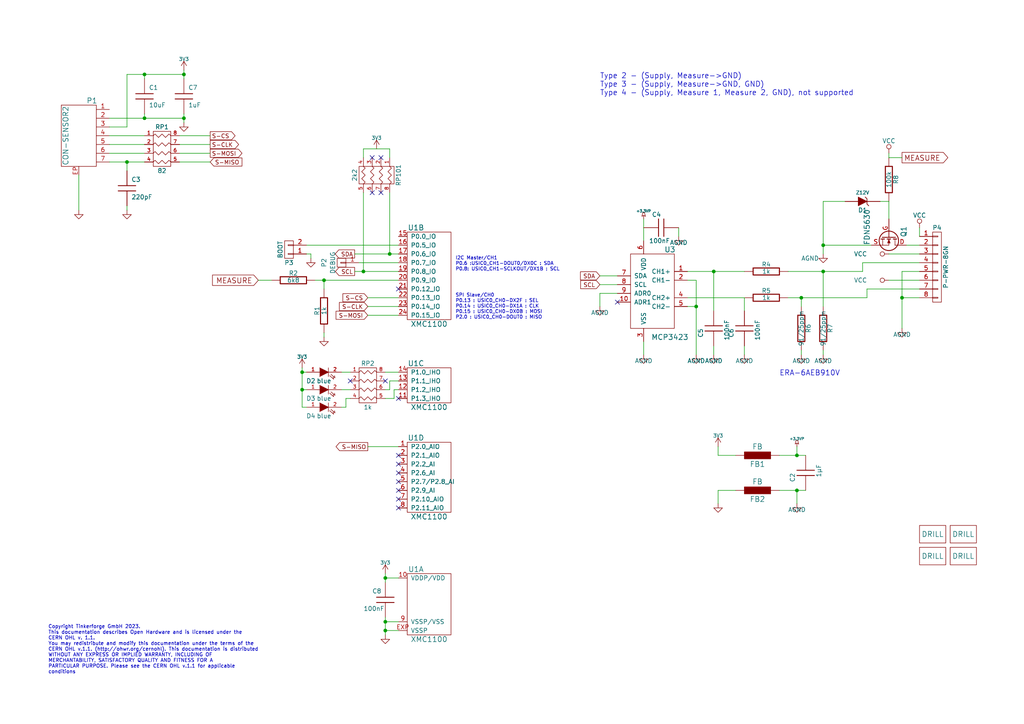
<source format=kicad_sch>
(kicad_sch (version 20211123) (generator eeschema)

  (uuid 66ffebb8-ab8e-460e-b07d-0a74892d74db)

  (paper "A4")

  (title_block
    (title "Industrial Dual 0-20mA Bricklet")
    (date "2023-01-27")
    (rev "2.0")
    (company "Tinkerforge GmbH")
    (comment 1 "Licensed under CERN OHL v.1.1")
    (comment 2 "Copyright (©) 2023, T.Schneidermann <tim@tinkerforge.com>")
  )

  (lib_symbols
    (symbol "tinkerforge:+3.3VP" (power) (pin_names (offset 0)) (in_bom yes) (on_board yes)
      (property "Reference" "#PWR" (id 0) (at 3.81 -1.27 0)
        (effects (font (size 1.27 1.27)) hide)
      )
      (property "Value" "+3.3VP" (id 1) (at 0 2.54 0)
        (effects (font (size 1.27 1.27)))
      )
      (property "Footprint" "" (id 2) (at 0 0 0)
        (effects (font (size 1.27 1.27)) hide)
      )
      (property "Datasheet" "" (id 3) (at 0 0 0)
        (effects (font (size 1.27 1.27)) hide)
      )
      (symbol "+3.3VP_0_0"
        (pin power_in line (at 0 0 90) (length 0) hide
          (name "+3.3VP" (effects (font (size 1.27 1.27))))
          (number "1" (effects (font (size 1.27 1.27))))
        )
      )
      (symbol "+3.3VP_0_1"
        (polyline
          (pts
            (xy 0 0)
            (xy 0 1.016)
            (xy 0 1.016)
          )
          (stroke (width 0) (type default) (color 0 0 0 0))
          (fill (type none))
        )
        (polyline
          (pts
            (xy 0.508 0.762)
            (xy 0 1.016)
            (xy -0.508 0.762)
            (xy -0.254 1.778)
            (xy 0.254 1.778)
            (xy 0.508 0.762)
            (xy 0.508 0.762)
          )
          (stroke (width 0) (type default) (color 0 0 0 0))
          (fill (type none))
        )
      )
    )
    (symbol "tinkerforge:3V3" (power) (pin_names (offset 0)) (in_bom yes) (on_board yes)
      (property "Reference" "#PWR" (id 0) (at 0 -3.81 0)
        (effects (font (size 1.27 1.27)) hide)
      )
      (property "Value" "3V3" (id 1) (at 0 3.556 0)
        (effects (font (size 1.27 1.27)))
      )
      (property "Footprint" "" (id 2) (at 0 0 0)
        (effects (font (size 1.27 1.27)))
      )
      (property "Datasheet" "" (id 3) (at 0 0 0)
        (effects (font (size 1.27 1.27)))
      )
      (symbol "3V3_0_1"
        (polyline
          (pts
            (xy -0.762 1.27)
            (xy 0 2.54)
          )
          (stroke (width 0) (type default) (color 0 0 0 0))
          (fill (type none))
        )
        (polyline
          (pts
            (xy 0 0)
            (xy 0 2.54)
          )
          (stroke (width 0) (type default) (color 0 0 0 0))
          (fill (type none))
        )
        (polyline
          (pts
            (xy 0 2.54)
            (xy 0.762 1.27)
          )
          (stroke (width 0) (type default) (color 0 0 0 0))
          (fill (type none))
        )
      )
      (symbol "3V3_1_1"
        (pin power_in line (at 0 0 90) (length 0) hide
          (name "3V3" (effects (font (size 1.27 1.27))))
          (number "1" (effects (font (size 1.27 1.27))))
        )
      )
    )
    (symbol "tinkerforge:AGND" (power) (pin_names (offset 0)) (in_bom yes) (on_board yes)
      (property "Reference" "#PWR" (id 0) (at 0 -6.35 0)
        (effects (font (size 1.27 1.27)) hide)
      )
      (property "Value" "AGND" (id 1) (at 0 -5.08 0)
        (effects (font (size 1.27 1.27)))
      )
      (property "Footprint" "" (id 2) (at 0 0 0)
        (effects (font (size 1.27 1.27)))
      )
      (property "Datasheet" "" (id 3) (at 0 0 0)
        (effects (font (size 1.27 1.27)))
      )
      (property "ki_keywords" "POWER, PWR" (id 4) (at 0 0 0)
        (effects (font (size 1.27 1.27)) hide)
      )
      (symbol "AGND_0_1"
        (polyline
          (pts
            (xy 0 0)
            (xy 0 -1.27)
            (xy 1.27 -1.27)
            (xy 0 -2.54)
            (xy -1.27 -1.27)
            (xy 0 -1.27)
          )
          (stroke (width 0) (type default) (color 0 0 0 0))
          (fill (type none))
        )
      )
      (symbol "AGND_1_1"
        (pin power_in line (at 0 0 270) (length 0) hide
          (name "AGND" (effects (font (size 1.27 1.27))))
          (number "1" (effects (font (size 1.27 1.27))))
        )
      )
    )
    (symbol "tinkerforge:C" (pin_numbers hide) (pin_names (offset 0.254)) (in_bom yes) (on_board yes)
      (property "Reference" "C" (id 0) (at 1.27 2.54 0)
        (effects (font (size 1.27 1.27)) (justify left))
      )
      (property "Value" "C" (id 1) (at 1.27 -2.54 0)
        (effects (font (size 1.27 1.27)) (justify left))
      )
      (property "Footprint" "" (id 2) (at 0 0 0)
        (effects (font (size 1.524 1.524)))
      )
      (property "Datasheet" "" (id 3) (at 0 0 0)
        (effects (font (size 1.524 1.524)))
      )
      (property "ki_fp_filters" "SM* C? C1-1" (id 4) (at 0 0 0)
        (effects (font (size 1.27 1.27)) hide)
      )
      (symbol "C_0_1"
        (polyline
          (pts
            (xy -2.54 -0.762)
            (xy 2.54 -0.762)
          )
          (stroke (width 0.254) (type default) (color 0 0 0 0))
          (fill (type none))
        )
        (polyline
          (pts
            (xy -2.54 0.762)
            (xy 2.54 0.762)
          )
          (stroke (width 0.254) (type default) (color 0 0 0 0))
          (fill (type none))
        )
      )
      (symbol "C_1_1"
        (pin passive line (at 0 5.08 270) (length 4.318)
          (name "~" (effects (font (size 1.016 1.016))))
          (number "1" (effects (font (size 1.016 1.016))))
        )
        (pin passive line (at 0 -5.08 90) (length 4.318)
          (name "~" (effects (font (size 1.016 1.016))))
          (number "2" (effects (font (size 1.016 1.016))))
        )
      )
    )
    (symbol "tinkerforge:CON-SENSOR2" (pin_names (offset 1.016)) (in_bom yes) (on_board yes)
      (property "Reference" "P" (id 0) (at -3.81 10.16 0)
        (effects (font (size 1.524 1.524)))
      )
      (property "Value" "CON-SENSOR2" (id 1) (at 3.81 0 90)
        (effects (font (size 1.524 1.524)))
      )
      (property "Footprint" "" (id 2) (at 2.54 -3.81 0)
        (effects (font (size 1.524 1.524)))
      )
      (property "Datasheet" "" (id 3) (at 2.54 -3.81 0)
        (effects (font (size 1.524 1.524)))
      )
      (property "ki_fp_filters" "CON-SENSOR2" (id 4) (at 0 0 0)
        (effects (font (size 1.27 1.27)) hide)
      )
      (symbol "CON-SENSOR2_0_1"
        (rectangle (start -5.08 8.89) (end 5.08 -8.89)
          (stroke (width 0) (type default) (color 0 0 0 0))
          (fill (type none))
        )
      )
      (symbol "CON-SENSOR2_1_1"
        (pin passive line (at -8.89 7.62 0) (length 3.81)
          (name "~" (effects (font (size 1.27 1.27))))
          (number "1" (effects (font (size 1.27 1.27))))
        )
        (pin passive line (at -8.89 5.08 0) (length 3.81)
          (name "~" (effects (font (size 1.27 1.27))))
          (number "2" (effects (font (size 1.27 1.27))))
        )
        (pin passive line (at -8.89 2.54 0) (length 3.81)
          (name "~" (effects (font (size 1.27 1.27))))
          (number "3" (effects (font (size 1.27 1.27))))
        )
        (pin passive line (at -8.89 0 0) (length 3.81)
          (name "~" (effects (font (size 1.27 1.27))))
          (number "4" (effects (font (size 1.27 1.27))))
        )
        (pin passive line (at -8.89 -2.54 0) (length 3.81)
          (name "~" (effects (font (size 1.27 1.27))))
          (number "5" (effects (font (size 1.27 1.27))))
        )
        (pin passive line (at -8.89 -5.08 0) (length 3.81)
          (name "~" (effects (font (size 1.27 1.27))))
          (number "6" (effects (font (size 1.27 1.27))))
        )
        (pin passive line (at -8.89 -7.62 0) (length 3.81)
          (name "~" (effects (font (size 1.27 1.27))))
          (number "7" (effects (font (size 1.27 1.27))))
        )
        (pin passive line (at 0 -11.43 90) (length 2.54)
          (name "~" (effects (font (size 1.27 1.27))))
          (number "EP" (effects (font (size 1.27 1.27))))
        )
      )
    )
    (symbol "tinkerforge:CONN_01X01" (pin_names (offset 1.016) hide) (in_bom yes) (on_board yes)
      (property "Reference" "P" (id 0) (at 0 2.54 0)
        (effects (font (size 1.27 1.27)))
      )
      (property "Value" "CONN_01X01" (id 1) (at 2.54 0 90)
        (effects (font (size 1.27 1.27)))
      )
      (property "Footprint" "" (id 2) (at 0 0 0)
        (effects (font (size 1.27 1.27)))
      )
      (property "Datasheet" "" (id 3) (at 0 0 0)
        (effects (font (size 1.27 1.27)))
      )
      (property "ki_description" "Connector 01x01" (id 4) (at 0 0 0)
        (effects (font (size 1.27 1.27)) hide)
      )
      (property "ki_fp_filters" "Pin_Header_Straight_1X01 Pin_Header_Angled_1X01 Socket_Strip_Straight_1X01 Socket_Strip_Angled_1X01" (id 5) (at 0 0 0)
        (effects (font (size 1.27 1.27)) hide)
      )
      (symbol "CONN_01X01_0_1"
        (rectangle (start -1.27 0.127) (end 0.254 -0.127)
          (stroke (width 0) (type default) (color 0 0 0 0))
          (fill (type none))
        )
        (rectangle (start -1.27 1.27) (end 1.27 -1.27)
          (stroke (width 0) (type default) (color 0 0 0 0))
          (fill (type none))
        )
      )
      (symbol "CONN_01X01_1_1"
        (pin passive line (at -5.08 0 0) (length 3.81)
          (name "P1" (effects (font (size 1.27 1.27))))
          (number "1" (effects (font (size 1.27 1.27))))
        )
      )
    )
    (symbol "tinkerforge:CONN_01X02" (pin_names (offset 1.016) hide) (in_bom yes) (on_board yes)
      (property "Reference" "P" (id 0) (at 0 3.81 0)
        (effects (font (size 1.27 1.27)))
      )
      (property "Value" "CONN_01X02" (id 1) (at 2.54 0 90)
        (effects (font (size 1.27 1.27)))
      )
      (property "Footprint" "" (id 2) (at 0 0 0)
        (effects (font (size 1.27 1.27)))
      )
      (property "Datasheet" "" (id 3) (at 0 0 0)
        (effects (font (size 1.27 1.27)))
      )
      (property "ki_description" "Connector 01x02" (id 4) (at 0 0 0)
        (effects (font (size 1.27 1.27)) hide)
      )
      (property "ki_fp_filters" "Pin_Header_Straight_1X02 Pin_Header_Angled_1X02 Socket_Strip_Straight_1X02 Socket_Strip_Angled_1X02" (id 5) (at 0 0 0)
        (effects (font (size 1.27 1.27)) hide)
      )
      (symbol "CONN_01X02_0_1"
        (rectangle (start -1.27 -1.143) (end 0.254 -1.397)
          (stroke (width 0) (type default) (color 0 0 0 0))
          (fill (type none))
        )
        (rectangle (start -1.27 1.397) (end 0.254 1.143)
          (stroke (width 0) (type default) (color 0 0 0 0))
          (fill (type none))
        )
        (rectangle (start -1.27 2.54) (end 1.27 -2.54)
          (stroke (width 0) (type default) (color 0 0 0 0))
          (fill (type none))
        )
      )
      (symbol "CONN_01X02_1_1"
        (pin passive line (at -5.08 1.27 0) (length 3.81)
          (name "P1" (effects (font (size 1.27 1.27))))
          (number "1" (effects (font (size 1.27 1.27))))
        )
        (pin passive line (at -5.08 -1.27 0) (length 3.81)
          (name "P2" (effects (font (size 1.27 1.27))))
          (number "2" (effects (font (size 1.27 1.27))))
        )
      )
    )
    (symbol "tinkerforge:CONN_01X08" (pin_names (offset 1.016) hide) (in_bom yes) (on_board yes)
      (property "Reference" "P" (id 0) (at 0 11.43 0)
        (effects (font (size 1.27 1.27)))
      )
      (property "Value" "CONN_01X08" (id 1) (at 2.54 0 90)
        (effects (font (size 1.27 1.27)))
      )
      (property "Footprint" "" (id 2) (at 0 0 0)
        (effects (font (size 1.27 1.27)))
      )
      (property "Datasheet" "" (id 3) (at 0 0 0)
        (effects (font (size 1.27 1.27)))
      )
      (property "ki_description" "Connector 01x08" (id 4) (at 0 0 0)
        (effects (font (size 1.27 1.27)) hide)
      )
      (property "ki_fp_filters" "Pin_Header_Straight_1X08 Pin_Header_Angled_1X08 Socket_Strip_Straight_1X08 Socket_Strip_Angled_1X08" (id 5) (at 0 0 0)
        (effects (font (size 1.27 1.27)) hide)
      )
      (symbol "CONN_01X08_0_1"
        (rectangle (start -1.27 -10.16) (end 1.27 10.16)
          (stroke (width 0) (type default) (color 0 0 0 0))
          (fill (type none))
        )
        (rectangle (start -1.27 -8.763) (end 0.254 -9.017)
          (stroke (width 0) (type default) (color 0 0 0 0))
          (fill (type none))
        )
        (rectangle (start -1.27 -6.223) (end 0.254 -6.477)
          (stroke (width 0) (type default) (color 0 0 0 0))
          (fill (type none))
        )
        (rectangle (start -1.27 -3.683) (end 0.254 -3.937)
          (stroke (width 0) (type default) (color 0 0 0 0))
          (fill (type none))
        )
        (rectangle (start -1.27 -1.143) (end 0.254 -1.397)
          (stroke (width 0) (type default) (color 0 0 0 0))
          (fill (type none))
        )
        (rectangle (start -1.27 1.397) (end 0.254 1.143)
          (stroke (width 0) (type default) (color 0 0 0 0))
          (fill (type none))
        )
        (rectangle (start -1.27 3.937) (end 0.254 3.683)
          (stroke (width 0) (type default) (color 0 0 0 0))
          (fill (type none))
        )
        (rectangle (start -1.27 6.477) (end 0.254 6.223)
          (stroke (width 0) (type default) (color 0 0 0 0))
          (fill (type none))
        )
        (rectangle (start -1.27 9.017) (end 0.254 8.763)
          (stroke (width 0) (type default) (color 0 0 0 0))
          (fill (type none))
        )
      )
      (symbol "CONN_01X08_1_1"
        (pin passive line (at -5.08 8.89 0) (length 3.81)
          (name "P1" (effects (font (size 1.27 1.27))))
          (number "1" (effects (font (size 1.27 1.27))))
        )
        (pin passive line (at -5.08 6.35 0) (length 3.81)
          (name "P2" (effects (font (size 1.27 1.27))))
          (number "2" (effects (font (size 1.27 1.27))))
        )
        (pin passive line (at -5.08 3.81 0) (length 3.81)
          (name "P3" (effects (font (size 1.27 1.27))))
          (number "3" (effects (font (size 1.27 1.27))))
        )
        (pin passive line (at -5.08 1.27 0) (length 3.81)
          (name "P4" (effects (font (size 1.27 1.27))))
          (number "4" (effects (font (size 1.27 1.27))))
        )
        (pin passive line (at -5.08 -1.27 0) (length 3.81)
          (name "P5" (effects (font (size 1.27 1.27))))
          (number "5" (effects (font (size 1.27 1.27))))
        )
        (pin passive line (at -5.08 -3.81 0) (length 3.81)
          (name "P6" (effects (font (size 1.27 1.27))))
          (number "6" (effects (font (size 1.27 1.27))))
        )
        (pin passive line (at -5.08 -6.35 0) (length 3.81)
          (name "P7" (effects (font (size 1.27 1.27))))
          (number "7" (effects (font (size 1.27 1.27))))
        )
        (pin passive line (at -5.08 -8.89 0) (length 3.81)
          (name "P8" (effects (font (size 1.27 1.27))))
          (number "8" (effects (font (size 1.27 1.27))))
        )
      )
    )
    (symbol "tinkerforge:DRILL" (pin_numbers hide) (pin_names (offset 0) hide) (in_bom yes) (on_board yes)
      (property "Reference" "" (id 0) (at 0 0 0)
        (effects (font (size 1.524 1.524)) hide)
      )
      (property "Value" "DRILL" (id 1) (at 0 0 0)
        (effects (font (size 1.524 1.524)))
      )
      (property "Footprint" "" (id 2) (at 0 0 0)
        (effects (font (size 1.524 1.524)))
      )
      (property "Datasheet" "" (id 3) (at 0 0 0)
        (effects (font (size 1.524 1.524)))
      )
      (symbol "DRILL_0_1"
        (rectangle (start -3.81 2.54) (end 3.81 -2.54)
          (stroke (width 0) (type default) (color 0 0 0 0))
          (fill (type none))
        )
      )
    )
    (symbol "tinkerforge:GND" (power) (pin_names (offset 0)) (in_bom yes) (on_board yes)
      (property "Reference" "#PWR" (id 0) (at 0 -6.35 0)
        (effects (font (size 1.27 1.27)) hide)
      )
      (property "Value" "GND" (id 1) (at 0 -5.08 0)
        (effects (font (size 1.27 1.27)))
      )
      (property "Footprint" "" (id 2) (at 0 0 0)
        (effects (font (size 1.27 1.27)))
      )
      (property "Datasheet" "" (id 3) (at 0 0 0)
        (effects (font (size 1.27 1.27)))
      )
      (symbol "GND_0_1"
        (polyline
          (pts
            (xy 0 0)
            (xy 0 -1.27)
            (xy 1.27 -1.27)
            (xy 0 -2.54)
            (xy -1.27 -1.27)
            (xy 0 -1.27)
          )
          (stroke (width 0) (type default) (color 0 0 0 0))
          (fill (type none))
        )
      )
      (symbol "GND_1_1"
        (pin power_in line (at 0 0 270) (length 0) hide
          (name "GND" (effects (font (size 1.27 1.27))))
          (number "1" (effects (font (size 1.27 1.27))))
        )
      )
    )
    (symbol "tinkerforge:INDUCT" (pin_numbers hide) (pin_names (offset 0)) (in_bom yes) (on_board yes)
      (property "Reference" "L" (id 0) (at 2.032 0 90)
        (effects (font (size 1.27 1.27)))
      )
      (property "Value" "INDUCT" (id 1) (at -2.54 0 90)
        (effects (font (size 1.27 1.27)))
      )
      (property "Footprint" "" (id 2) (at 0 0 0)
        (effects (font (size 1.524 1.524)))
      )
      (property "Datasheet" "" (id 3) (at 0 0 0)
        (effects (font (size 1.524 1.524)))
      )
      (property "ki_fp_filters" "R? SM0603 SM0805 R?-*" (id 4) (at 0 0 0)
        (effects (font (size 1.27 1.27)) hide)
      )
      (symbol "INDUCT_0_1"
        (rectangle (start -1.016 3.81) (end 1.016 -3.81)
          (stroke (width 0) (type default) (color 0 0 0 0))
          (fill (type outline))
        )
      )
      (symbol "INDUCT_1_1"
        (pin passive line (at 0 6.35 270) (length 2.54)
          (name "~" (effects (font (size 1.524 1.524))))
          (number "1" (effects (font (size 1.524 1.524))))
        )
        (pin passive line (at 0 -6.35 90) (length 2.54)
          (name "~" (effects (font (size 1.524 1.524))))
          (number "2" (effects (font (size 1.524 1.524))))
        )
      )
    )
    (symbol "tinkerforge:LED" (pin_names (offset 1.016) hide) (in_bom yes) (on_board yes)
      (property "Reference" "D" (id 0) (at 0 2.54 0)
        (effects (font (size 1.27 1.27)))
      )
      (property "Value" "LED" (id 1) (at 0 -2.54 0)
        (effects (font (size 1.27 1.27)))
      )
      (property "Footprint" "" (id 2) (at 0 0 0)
        (effects (font (size 1.27 1.27)))
      )
      (property "Datasheet" "" (id 3) (at 0 0 0)
        (effects (font (size 1.27 1.27)))
      )
      (property "ki_keywords" "LED" (id 4) (at 0 0 0)
        (effects (font (size 1.27 1.27)) hide)
      )
      (property "ki_fp_filters" "LED-3MM LED-5MM LED-10MM LED-0603 LED-0805 LED-1206 LEDV" (id 5) (at 0 0 0)
        (effects (font (size 1.27 1.27)) hide)
      )
      (symbol "LED_0_1"
        (polyline
          (pts
            (xy 1.27 1.27)
            (xy 1.27 -1.27)
          )
          (stroke (width 0) (type default) (color 0 0 0 0))
          (fill (type none))
        )
        (polyline
          (pts
            (xy -1.27 1.27)
            (xy 1.27 0)
            (xy -1.27 -1.27)
          )
          (stroke (width 0) (type default) (color 0 0 0 0))
          (fill (type outline))
        )
        (polyline
          (pts
            (xy 1.651 -1.016)
            (xy 2.794 -2.032)
            (xy 2.667 -1.397)
          )
          (stroke (width 0) (type default) (color 0 0 0 0))
          (fill (type none))
        )
        (polyline
          (pts
            (xy 2.032 -0.635)
            (xy 3.175 -1.651)
            (xy 3.048 -1.016)
          )
          (stroke (width 0) (type default) (color 0 0 0 0))
          (fill (type none))
        )
      )
      (symbol "LED_1_1"
        (pin passive line (at -5.08 0 0) (length 3.81)
          (name "A" (effects (font (size 1.016 1.016))))
          (number "1" (effects (font (size 1.016 1.016))))
        )
        (pin passive line (at 5.08 0 180) (length 3.81)
          (name "K" (effects (font (size 1.016 1.016))))
          (number "2" (effects (font (size 1.016 1.016))))
        )
      )
    )
    (symbol "tinkerforge:MCP3423" (pin_names (offset 1.016)) (in_bom yes) (on_board yes)
      (property "Reference" "U" (id 0) (at -5.08 12.7 0)
        (effects (font (size 1.524 1.524)))
      )
      (property "Value" "MCP3423" (id 1) (at -5.08 -13.97 0)
        (effects (font (size 1.524 1.524)))
      )
      (property "Footprint" "" (id 2) (at 0 0 0)
        (effects (font (size 1.524 1.524)))
      )
      (property "Datasheet" "" (id 3) (at 0 0 0)
        (effects (font (size 1.524 1.524)))
      )
      (symbol "MCP3423_0_1"
        (rectangle (start -6.35 10.16) (end 6.35 -11.43)
          (stroke (width 0) (type default) (color 0 0 0 0))
          (fill (type none))
        )
      )
      (symbol "MCP3423_1_1"
        (pin input line (at -10.16 5.08 0) (length 3.81)
          (name "CH1+" (effects (font (size 1.27 1.27))))
          (number "1" (effects (font (size 1.27 1.27))))
        )
        (pin input line (at 10.16 -3.81 180) (length 3.81)
          (name "ADR1" (effects (font (size 1.27 1.27))))
          (number "10" (effects (font (size 1.27 1.27))))
        )
        (pin input line (at -10.16 2.54 0) (length 3.81)
          (name "CH1-" (effects (font (size 1.27 1.27))))
          (number "2" (effects (font (size 1.27 1.27))))
        )
        (pin power_out line (at 2.54 -15.24 90) (length 3.81)
          (name "VSS" (effects (font (size 1.27 1.27))))
          (number "3" (effects (font (size 1.27 1.27))))
        )
        (pin input line (at -10.16 -2.54 0) (length 3.81)
          (name "CH2+" (effects (font (size 1.27 1.27))))
          (number "4" (effects (font (size 1.27 1.27))))
        )
        (pin input line (at -10.16 -5.08 0) (length 3.81)
          (name "CH2-" (effects (font (size 1.27 1.27))))
          (number "5" (effects (font (size 1.27 1.27))))
        )
        (pin power_in line (at 2.54 13.97 270) (length 3.81)
          (name "VDD" (effects (font (size 1.27 1.27))))
          (number "6" (effects (font (size 1.27 1.27))))
        )
        (pin bidirectional line (at 10.16 3.81 180) (length 3.81)
          (name "SDA" (effects (font (size 1.27 1.27))))
          (number "7" (effects (font (size 1.27 1.27))))
        )
        (pin input line (at 10.16 1.27 180) (length 3.81)
          (name "SCL" (effects (font (size 1.27 1.27))))
          (number "8" (effects (font (size 1.27 1.27))))
        )
        (pin input line (at 10.16 -1.27 180) (length 3.81)
          (name "ADR0" (effects (font (size 1.27 1.27))))
          (number "9" (effects (font (size 1.27 1.27))))
        )
      )
    )
    (symbol "tinkerforge:MOSFET_N_CH" (pin_names (offset 0) hide) (in_bom yes) (on_board yes)
      (property "Reference" "Q" (id 0) (at 7.62 1.27 0)
        (effects (font (size 1.27 1.27)) (justify right))
      )
      (property "Value" "MOSFET_N_CH" (id 1) (at 17.78 -1.27 0)
        (effects (font (size 1.27 1.27)) (justify right))
      )
      (property "Footprint" "" (id 2) (at 5.08 2.54 0)
        (effects (font (size 1.27 1.27)))
      )
      (property "Datasheet" "" (id 3) (at 0 0 0)
        (effects (font (size 1.27 1.27)))
      )
      (property "ki_keywords" "pmos p-mos p-mosfet transistor" (id 4) (at 0 0 0)
        (effects (font (size 1.27 1.27)) hide)
      )
      (property "ki_description" "Transistor P-MOSFET, collector connected to mounting plane (general)" (id 5) (at 0 0 0)
        (effects (font (size 1.27 1.27)) hide)
      )
      (symbol "MOSFET_N_CH_0_1"
        (polyline
          (pts
            (xy 0.762 -1.778)
            (xy 2.54 -1.778)
          )
          (stroke (width 0) (type default) (color 0 0 0 0))
          (fill (type none))
        )
        (polyline
          (pts
            (xy 0.762 -1.27)
            (xy 0.762 -2.286)
          )
          (stroke (width 0.254) (type default) (color 0 0 0 0))
          (fill (type none))
        )
        (polyline
          (pts
            (xy 0.762 0)
            (xy 2.54 0)
          )
          (stroke (width 0) (type default) (color 0 0 0 0))
          (fill (type none))
        )
        (polyline
          (pts
            (xy 0.762 0.508)
            (xy 0.762 -0.508)
          )
          (stroke (width 0.254) (type default) (color 0 0 0 0))
          (fill (type none))
        )
        (polyline
          (pts
            (xy 0.762 1.778)
            (xy 2.54 1.778)
          )
          (stroke (width 0) (type default) (color 0 0 0 0))
          (fill (type none))
        )
        (polyline
          (pts
            (xy 0.762 2.286)
            (xy 0.762 1.27)
          )
          (stroke (width 0.254) (type default) (color 0 0 0 0))
          (fill (type none))
        )
        (polyline
          (pts
            (xy 2.54 -1.778)
            (xy 2.54 -2.54)
          )
          (stroke (width 0) (type default) (color 0 0 0 0))
          (fill (type none))
        )
        (polyline
          (pts
            (xy 2.54 -1.778)
            (xy 2.54 0)
          )
          (stroke (width 0) (type default) (color 0 0 0 0))
          (fill (type none))
        )
        (polyline
          (pts
            (xy 2.54 2.54)
            (xy 2.54 1.778)
          )
          (stroke (width 0) (type default) (color 0 0 0 0))
          (fill (type none))
        )
        (polyline
          (pts
            (xy 0.254 1.905)
            (xy 0.254 -1.905)
            (xy 0.254 -1.905)
          )
          (stroke (width 0.254) (type default) (color 0 0 0 0))
          (fill (type none))
        )
        (polyline
          (pts
            (xy 0.889 0)
            (xy 1.905 0.381)
            (xy 1.905 -0.381)
            (xy 0.889 0)
          )
          (stroke (width 0) (type default) (color 0 0 0 0))
          (fill (type outline))
        )
        (circle (center 1.27 0) (radius 2.8194)
          (stroke (width 0.254) (type default) (color 0 0 0 0))
          (fill (type none))
        )
      )
      (symbol "MOSFET_N_CH_1_1"
        (pin passive line (at 2.54 5.08 270) (length 2.54)
          (name "D" (effects (font (size 1.27 1.27))))
          (number "D" (effects (font (size 1.27 1.27))))
        )
        (pin input line (at -5.08 0 0) (length 5.334)
          (name "G" (effects (font (size 1.27 1.27))))
          (number "G" (effects (font (size 1.27 1.27))))
        )
        (pin passive line (at 2.54 -5.08 90) (length 2.54)
          (name "S" (effects (font (size 1.27 1.27))))
          (number "S" (effects (font (size 1.27 1.27))))
        )
      )
    )
    (symbol "tinkerforge:R" (pin_numbers hide) (pin_names (offset 0)) (in_bom yes) (on_board yes)
      (property "Reference" "R" (id 0) (at 2.032 0 90)
        (effects (font (size 1.27 1.27)))
      )
      (property "Value" "R" (id 1) (at 0 0 90)
        (effects (font (size 1.27 1.27)))
      )
      (property "Footprint" "" (id 2) (at 0 0 0)
        (effects (font (size 1.524 1.524)))
      )
      (property "Datasheet" "" (id 3) (at 0 0 0)
        (effects (font (size 1.524 1.524)))
      )
      (property "ki_fp_filters" "R? SM0603 SM0805 R?-*" (id 4) (at 0 0 0)
        (effects (font (size 1.27 1.27)) hide)
      )
      (symbol "R_0_1"
        (rectangle (start -1.016 3.81) (end 1.016 -3.81)
          (stroke (width 0.3048) (type default) (color 0 0 0 0))
          (fill (type none))
        )
      )
      (symbol "R_1_1"
        (pin passive line (at 0 6.35 270) (length 2.54)
          (name "~" (effects (font (size 1.524 1.524))))
          (number "1" (effects (font (size 1.524 1.524))))
        )
        (pin passive line (at 0 -6.35 90) (length 2.54)
          (name "~" (effects (font (size 1.524 1.524))))
          (number "2" (effects (font (size 1.524 1.524))))
        )
      )
    )
    (symbol "tinkerforge:R_PACK4" (pin_names hide) (in_bom yes) (on_board yes)
      (property "Reference" "RP" (id 0) (at 0 11.43 0)
        (effects (font (size 1.27 1.27)))
      )
      (property "Value" "R_PACK4" (id 1) (at 0 -1.27 0)
        (effects (font (size 1.27 1.27)))
      )
      (property "Footprint" "" (id 2) (at 0 0 0)
        (effects (font (size 1.27 1.27)))
      )
      (property "Datasheet" "" (id 3) (at 0 0 0)
        (effects (font (size 1.27 1.27)))
      )
      (property "ki_keywords" "R DEV" (id 4) (at 0 0 0)
        (effects (font (size 1.27 1.27)) hide)
      )
      (property "ki_description" "4 resistors Pack" (id 5) (at 0 0 0)
        (effects (font (size 1.27 1.27)) hide)
      )
      (symbol "R_PACK4_0_1"
        (polyline
          (pts
            (xy -2.54 10.16)
            (xy -2.54 0)
            (xy 2.54 0)
            (xy 2.54 10.16)
            (xy -2.54 10.16)
          )
          (stroke (width 0) (type default) (color 0 0 0 0))
          (fill (type none))
        )
        (polyline
          (pts
            (xy -2.54 1.27)
            (xy -2.032 1.778)
            (xy -1.016 0.762)
            (xy 0 1.778)
            (xy 1.016 0.762)
            (xy 2.032 1.778)
            (xy 2.54 1.27)
          )
          (stroke (width 0) (type default) (color 0 0 0 0))
          (fill (type none))
        )
        (polyline
          (pts
            (xy -2.54 3.81)
            (xy -2.032 4.318)
            (xy -1.016 3.302)
            (xy 0 4.318)
            (xy 1.016 3.302)
            (xy 2.032 4.318)
            (xy 2.54 3.81)
          )
          (stroke (width 0) (type default) (color 0 0 0 0))
          (fill (type none))
        )
        (polyline
          (pts
            (xy -2.54 6.35)
            (xy -2.032 6.858)
            (xy -1.016 5.842)
            (xy 0 6.858)
            (xy 1.016 5.842)
            (xy 2.032 6.858)
            (xy 2.54 6.35)
          )
          (stroke (width 0) (type default) (color 0 0 0 0))
          (fill (type none))
        )
        (polyline
          (pts
            (xy -2.54 8.89)
            (xy -2.032 9.398)
            (xy -1.016 8.382)
            (xy 0 9.398)
            (xy 1.016 8.382)
            (xy 2.032 9.398)
            (xy 2.54 8.89)
          )
          (stroke (width 0) (type default) (color 0 0 0 0))
          (fill (type none))
        )
      )
      (symbol "R_PACK4_1_1"
        (pin passive line (at -5.08 8.89 0) (length 2.54)
          (name "P1" (effects (font (size 1.016 1.016))))
          (number "1" (effects (font (size 1.016 1.016))))
        )
        (pin passive line (at -5.08 6.35 0) (length 2.54)
          (name "P2" (effects (font (size 1.016 1.016))))
          (number "2" (effects (font (size 1.016 1.016))))
        )
        (pin passive line (at -5.08 3.81 0) (length 2.54)
          (name "P3" (effects (font (size 1.016 1.016))))
          (number "3" (effects (font (size 1.016 1.016))))
        )
        (pin passive line (at -5.08 1.27 0) (length 2.54)
          (name "P4" (effects (font (size 1.016 1.016))))
          (number "4" (effects (font (size 1.016 1.016))))
        )
        (pin passive line (at 5.08 1.27 180) (length 2.54)
          (name "R4" (effects (font (size 1.016 1.016))))
          (number "5" (effects (font (size 1.016 1.016))))
        )
        (pin passive line (at 5.08 3.81 180) (length 2.54)
          (name "R3" (effects (font (size 1.016 1.016))))
          (number "6" (effects (font (size 1.016 1.016))))
        )
        (pin passive line (at 5.08 6.35 180) (length 2.54)
          (name "R2" (effects (font (size 1.016 1.016))))
          (number "7" (effects (font (size 1.016 1.016))))
        )
        (pin passive line (at 5.08 8.89 180) (length 2.54)
          (name "R1" (effects (font (size 1.016 1.016))))
          (number "8" (effects (font (size 1.016 1.016))))
        )
      )
    )
    (symbol "tinkerforge:VCCPWR" (power) (pin_names (offset 0)) (in_bom yes) (on_board yes)
      (property "Reference" "#PWR" (id 0) (at 0 -3.81 0)
        (effects (font (size 1.27 1.27)) hide)
      )
      (property "Value" "VCCPWR" (id 1) (at 0 3.81 0)
        (effects (font (size 1.27 1.27)))
      )
      (property "Footprint" "" (id 2) (at 0 0 0)
        (effects (font (size 1.27 1.27)) hide)
      )
      (property "Datasheet" "" (id 3) (at 0 0 0)
        (effects (font (size 1.27 1.27)) hide)
      )
      (property "ki_keywords" "Power Flag Symbol" (id 4) (at 0 0 0)
        (effects (font (size 1.27 1.27)) hide)
      )
      (property "ki_description" "power-flag symbol" (id 5) (at 0 0 0)
        (effects (font (size 1.27 1.27)) hide)
      )
      (symbol "VCCPWR_0_1"
        (polyline
          (pts
            (xy 0 0)
            (xy 0 1.27)
          )
          (stroke (width 0) (type default) (color 0 0 0 0))
          (fill (type none))
        )
        (circle (center 0 1.905) (radius 0.635)
          (stroke (width 0) (type default) (color 0 0 0 0))
          (fill (type none))
        )
      )
      (symbol "VCCPWR_1_1"
        (pin power_in line (at 0 0 90) (length 0) hide
          (name "VCC" (effects (font (size 1.27 1.27))))
          (number "1" (effects (font (size 1.27 1.27))))
        )
      )
    )
    (symbol "tinkerforge:XMC1XXX24" (pin_names (offset 1.016)) (in_bom yes) (on_board yes)
      (property "Reference" "U" (id 0) (at -3.81 15.24 0)
        (effects (font (size 1.524 1.524)))
      )
      (property "Value" "XMC1XXX24" (id 1) (at 0 -16.51 0)
        (effects (font (size 1.524 1.524)))
      )
      (property "Footprint" "" (id 2) (at 3.81 19.05 0)
        (effects (font (size 1.524 1.524)))
      )
      (property "Datasheet" "" (id 3) (at 3.81 19.05 0)
        (effects (font (size 1.524 1.524)))
      )
      (symbol "XMC1XXX24_1_1"
        (rectangle (start -6.35 8.89) (end 6.35 -8.89)
          (stroke (width 0) (type default) (color 0 0 0 0))
          (fill (type none))
        )
        (pin passive line (at -8.89 7.62 0) (length 2.54)
          (name "VDDP/VDD" (effects (font (size 1.27 1.27))))
          (number "10" (effects (font (size 1.27 1.27))))
        )
        (pin passive line (at -8.89 -5.08 0) (length 2.54)
          (name "VSSP/VSS" (effects (font (size 1.27 1.27))))
          (number "9" (effects (font (size 1.27 1.27))))
        )
        (pin passive line (at -8.89 -7.62 0) (length 2.54)
          (name "VSSP" (effects (font (size 1.27 1.27))))
          (number "EXP" (effects (font (size 1.27 1.27))))
        )
      )
      (symbol "XMC1XXX24_2_1"
        (rectangle (start -6.35 12.7) (end 6.35 -12.7)
          (stroke (width 0) (type default) (color 0 0 0 0))
          (fill (type none))
        )
        (pin passive line (at -8.89 11.43 0) (length 2.54)
          (name "P0.0_IO" (effects (font (size 1.27 1.27))))
          (number "15" (effects (font (size 1.27 1.27))))
        )
        (pin passive line (at -8.89 8.89 0) (length 2.54)
          (name "P0.5_IO" (effects (font (size 1.27 1.27))))
          (number "16" (effects (font (size 1.27 1.27))))
        )
        (pin passive line (at -8.89 6.35 0) (length 2.54)
          (name "P0.6_IO" (effects (font (size 1.27 1.27))))
          (number "17" (effects (font (size 1.27 1.27))))
        )
        (pin passive line (at -8.89 3.81 0) (length 2.54)
          (name "P0.7_IO" (effects (font (size 1.27 1.27))))
          (number "18" (effects (font (size 1.27 1.27))))
        )
        (pin passive line (at -8.89 1.27 0) (length 2.54)
          (name "P0.8_IO" (effects (font (size 1.27 1.27))))
          (number "19" (effects (font (size 1.27 1.27))))
        )
        (pin passive line (at -8.89 -1.27 0) (length 2.54)
          (name "P0.9_IO" (effects (font (size 1.27 1.27))))
          (number "20" (effects (font (size 1.27 1.27))))
        )
        (pin passive line (at -8.89 -3.81 0) (length 2.54)
          (name "P0.12_IO" (effects (font (size 1.27 1.27))))
          (number "21" (effects (font (size 1.27 1.27))))
        )
        (pin passive line (at -8.89 -6.35 0) (length 2.54)
          (name "P0.13_IO" (effects (font (size 1.27 1.27))))
          (number "22" (effects (font (size 1.27 1.27))))
        )
        (pin passive line (at -8.89 -8.89 0) (length 2.54)
          (name "P0.14_IO" (effects (font (size 1.27 1.27))))
          (number "23" (effects (font (size 1.27 1.27))))
        )
        (pin passive line (at -8.89 -11.43 0) (length 2.54)
          (name "P0.15_IO" (effects (font (size 1.27 1.27))))
          (number "24" (effects (font (size 1.27 1.27))))
        )
      )
      (symbol "XMC1XXX24_3_1"
        (rectangle (start -6.35 5.08) (end 6.35 -5.08)
          (stroke (width 0) (type default) (color 0 0 0 0))
          (fill (type none))
        )
        (pin passive line (at -8.89 -3.81 0) (length 2.54)
          (name "P1.3_IHO" (effects (font (size 1.27 1.27))))
          (number "11" (effects (font (size 1.27 1.27))))
        )
        (pin passive line (at -8.89 -1.27 0) (length 2.54)
          (name "P1.2_IHO" (effects (font (size 1.27 1.27))))
          (number "12" (effects (font (size 1.27 1.27))))
        )
        (pin passive line (at -8.89 1.27 0) (length 2.54)
          (name "P1.1_IHO" (effects (font (size 1.27 1.27))))
          (number "13" (effects (font (size 1.27 1.27))))
        )
        (pin passive line (at -8.89 3.81 0) (length 2.54)
          (name "P1.0_IHO" (effects (font (size 1.27 1.27))))
          (number "14" (effects (font (size 1.27 1.27))))
        )
      )
      (symbol "XMC1XXX24_4_1"
        (rectangle (start -6.35 10.16) (end 6.35 -10.16)
          (stroke (width 0) (type default) (color 0 0 0 0))
          (fill (type none))
        )
        (pin passive line (at -8.89 8.89 0) (length 2.54)
          (name "P2.0_AIO" (effects (font (size 1.27 1.27))))
          (number "1" (effects (font (size 1.27 1.27))))
        )
        (pin passive line (at -8.89 6.35 0) (length 2.54)
          (name "P2.1_AIO" (effects (font (size 1.27 1.27))))
          (number "2" (effects (font (size 1.27 1.27))))
        )
        (pin passive line (at -8.89 3.81 0) (length 2.54)
          (name "P2.2_AI" (effects (font (size 1.27 1.27))))
          (number "3" (effects (font (size 1.27 1.27))))
        )
        (pin passive line (at -8.89 1.27 0) (length 2.54)
          (name "P2.6_AI" (effects (font (size 1.27 1.27))))
          (number "4" (effects (font (size 1.27 1.27))))
        )
        (pin passive line (at -8.89 -1.27 0) (length 2.54)
          (name "P2.7/P2.8_AI" (effects (font (size 1.27 1.27))))
          (number "5" (effects (font (size 1.27 1.27))))
        )
        (pin passive line (at -8.89 -3.81 0) (length 2.54)
          (name "P2.9_AI" (effects (font (size 1.27 1.27))))
          (number "6" (effects (font (size 1.27 1.27))))
        )
        (pin passive line (at -8.89 -6.35 0) (length 2.54)
          (name "P2.10_AIO" (effects (font (size 1.27 1.27))))
          (number "7" (effects (font (size 1.27 1.27))))
        )
        (pin passive line (at -8.89 -8.89 0) (length 2.54)
          (name "P2.11_AIO" (effects (font (size 1.27 1.27))))
          (number "8" (effects (font (size 1.27 1.27))))
        )
      )
    )
    (symbol "tinkerforge:ZENER" (pin_numbers hide) (pin_names (offset 1.016) hide) (in_bom yes) (on_board yes)
      (property "Reference" "D" (id 0) (at 0 2.54 0)
        (effects (font (size 1.27 1.27)))
      )
      (property "Value" "ZENER" (id 1) (at 0 -2.54 0)
        (effects (font (size 1.27 1.27)))
      )
      (property "Footprint" "" (id 2) (at 0 0 0)
        (effects (font (size 1.27 1.27)))
      )
      (property "Datasheet" "" (id 3) (at 0 0 0)
        (effects (font (size 1.27 1.27)))
      )
      (property "ki_keywords" "DEV DIODE" (id 4) (at 0 0 0)
        (effects (font (size 1.27 1.27)) hide)
      )
      (property "ki_description" "Diode zener" (id 5) (at 0 0 0)
        (effects (font (size 1.27 1.27)) hide)
      )
      (property "ki_fp_filters" "D? SO* SM*" (id 6) (at 0 0 0)
        (effects (font (size 1.27 1.27)) hide)
      )
      (symbol "ZENER_0_1"
        (polyline
          (pts
            (xy -1.778 1.27)
            (xy -1.27 0.762)
            (xy -1.27 -0.762)
            (xy -0.762 -1.27)
            (xy -0.762 -1.27)
          )
          (stroke (width 0.2032) (type default) (color 0 0 0 0))
          (fill (type none))
        )
        (polyline
          (pts
            (xy -1.27 0)
            (xy 1.27 1.27)
            (xy 1.27 -1.27)
            (xy -1.27 0)
            (xy -1.27 0)
          )
          (stroke (width 0) (type default) (color 0 0 0 0))
          (fill (type outline))
        )
      )
      (symbol "ZENER_1_1"
        (pin passive line (at 5.08 0 180) (length 3.81)
          (name "A" (effects (font (size 1.27 1.27))))
          (number "1" (effects (font (size 1.27 1.27))))
        )
        (pin passive line (at -5.08 0 0) (length 3.81)
          (name "K" (effects (font (size 1.27 1.27))))
          (number "2" (effects (font (size 1.27 1.27))))
        )
      )
    )
  )

  (junction (at 87.63 113.03) (diameter 0) (color 0 0 0 0)
    (uuid 1130bf1d-af04-4cc9-b7bd-2b2a557c7c74)
  )
  (junction (at 231.14 142.24) (diameter 0) (color 0 0 0 0)
    (uuid 11fc2093-57a6-4f2a-ac3a-32c4b6291965)
  )
  (junction (at 53.34 34.29) (diameter 0) (color 0 0 0 0)
    (uuid 2731815c-f512-45bb-93da-d7d3a9fb22e9)
  )
  (junction (at 201.93 88.9) (diameter 0) (color 0 0 0 0)
    (uuid 28376c51-c0cc-460c-952a-a9b060cae37e)
  )
  (junction (at 87.63 107.95) (diameter 0) (color 0 0 0 0)
    (uuid 4126fd33-afe1-4ea0-b33a-d6f9bbb7a119)
  )
  (junction (at 111.76 182.88) (diameter 0) (color 0 0 0 0)
    (uuid 56e2c1ed-8a15-46b9-acae-d1622ae6ebcd)
  )
  (junction (at 111.76 180.34) (diameter 0) (color 0 0 0 0)
    (uuid 5b581a68-3f68-4734-b438-dc5857d3f3fd)
  )
  (junction (at 261.62 86.36) (diameter 0) (color 0 0 0 0)
    (uuid 62bfd54d-f285-48af-9aaa-d85959004b72)
  )
  (junction (at 231.14 132.08) (diameter 0) (color 0 0 0 0)
    (uuid 68996396-09f9-4e6f-b95d-c6a45267f525)
  )
  (junction (at 238.76 78.74) (diameter 0) (color 0 0 0 0)
    (uuid 6cd9106f-fd04-4a31-94b6-d4d0c73ad63e)
  )
  (junction (at 93.98 81.28) (diameter 0) (color 0 0 0 0)
    (uuid 760fb470-66af-41cc-ac4c-c96f6b4abdc0)
  )
  (junction (at 41.91 34.29) (diameter 0) (color 0 0 0 0)
    (uuid 7b89c401-5d93-42d2-a329-048aebec9cd7)
  )
  (junction (at 105.41 78.74) (diameter 0) (color 0 0 0 0)
    (uuid 83e5618e-ddfb-4fb6-9b72-6d5deef6f080)
  )
  (junction (at 111.76 167.64) (diameter 0) (color 0 0 0 0)
    (uuid 876cf12a-4cc1-43d7-830d-a78530e52d62)
  )
  (junction (at 232.41 86.36) (diameter 0) (color 0 0 0 0)
    (uuid 899f26b4-5e8d-465a-89ea-84cea876a875)
  )
  (junction (at 53.34 21.59) (diameter 0) (color 0 0 0 0)
    (uuid 8aaf8a45-3675-4934-b95f-05ec872783e0)
  )
  (junction (at 207.01 78.74) (diameter 0) (color 0 0 0 0)
    (uuid a9fdf897-6654-42d3-a62b-fe2b47282e35)
  )
  (junction (at 113.03 73.66) (diameter 0) (color 0 0 0 0)
    (uuid b463d4d0-a502-4c9a-80f9-3fb19743f743)
  )
  (junction (at 238.76 71.12) (diameter 0) (color 0 0 0 0)
    (uuid e0344630-7733-4b05-a9ea-f72605c67ae9)
  )
  (junction (at 36.83 46.99) (diameter 0) (color 0 0 0 0)
    (uuid ebdc69ee-e04b-456a-a46a-197072d6d35a)
  )
  (junction (at 41.91 21.59) (diameter 0) (color 0 0 0 0)
    (uuid f8942436-c64c-44fb-a1cd-5e2ca1a137dc)
  )

  (no_connect (at 115.57 137.16) (uuid 202fe0a1-8a11-427b-bf63-0e207e53af50))
  (no_connect (at 179.07 87.63) (uuid 2805919e-f2cc-4bee-b1ba-fcc8d9194de1))
  (no_connect (at 101.6 110.49) (uuid 3bf24b1e-697d-4876-8aeb-a86e50f884cb))
  (no_connect (at 115.57 115.57) (uuid 48fa6d90-99c2-4cc7-99c6-cb5c5e1b11dd))
  (no_connect (at 115.57 142.24) (uuid 4d7e2b09-10eb-4bc1-87bd-8563465cc423))
  (no_connect (at 115.57 83.82) (uuid 58116cd9-7b79-49e4-a5d0-89de5397ea2b))
  (no_connect (at 111.76 110.49) (uuid 5973d4b7-b4b3-4b2c-92ce-8ff55cc5ea41))
  (no_connect (at 107.95 45.72) (uuid 5de42899-23d7-4d03-8cda-fcb5b2397d17))
  (no_connect (at 115.57 147.32) (uuid 79d3ac73-6ad0-49c1-94e9-0d74a2aa1628))
  (no_connect (at 115.57 134.62) (uuid 87565259-77cc-4a19-812f-78242bd4eac9))
  (no_connect (at 110.49 55.88) (uuid 880be000-8102-4d62-a1dd-2bbf4538ef9a))
  (no_connect (at 110.49 45.72) (uuid b783e5db-e8aa-42c9-a197-b069f668a8dd))
  (no_connect (at 115.57 144.78) (uuid ddfa910c-b05a-42e2-9530-c7a66603e7c9))
  (no_connect (at 115.57 132.08) (uuid df9df969-337c-474e-bcb3-7372f70be964))
  (no_connect (at 115.57 139.7) (uuid eb83bd99-18b7-4720-b53f-d59efbe58730))
  (no_connect (at 107.95 55.88) (uuid ecfe78ad-8372-4213-af22-6a5262a1ea65))

  (wire (pts (xy 113.03 43.18) (xy 113.03 45.72))
    (stroke (width 0) (type default) (color 0 0 0 0))
    (uuid 008298af-084e-46ae-8302-17444bd76648)
  )
  (wire (pts (xy 53.34 20.32) (xy 53.34 21.59))
    (stroke (width 0) (type default) (color 0 0 0 0))
    (uuid 01b1f7f9-b023-472b-8ed4-d1863762d7f4)
  )
  (wire (pts (xy 257.81 45.72) (xy 261.62 45.72))
    (stroke (width 0) (type default) (color 0 0 0 0))
    (uuid 01fc7142-e0f3-47e2-940f-2804d45b14b2)
  )
  (wire (pts (xy 113.03 73.66) (xy 113.03 55.88))
    (stroke (width 0) (type default) (color 0 0 0 0))
    (uuid 0370884e-853a-4d19-89b1-badd4e3c0a09)
  )
  (wire (pts (xy 41.91 21.59) (xy 53.34 21.59))
    (stroke (width 0) (type default) (color 0 0 0 0))
    (uuid 05e79776-b4f2-452a-be34-a041fb211328)
  )
  (wire (pts (xy 111.76 184.15) (xy 111.76 182.88))
    (stroke (width 0) (type default) (color 0 0 0 0))
    (uuid 05fc7983-e34b-4586-a7a0-a80f2863cd23)
  )
  (wire (pts (xy 36.83 21.59) (xy 41.91 21.59))
    (stroke (width 0) (type default) (color 0 0 0 0))
    (uuid 08b774cd-c1ca-4a61-8461-d1a5417ecdf6)
  )
  (wire (pts (xy 102.87 78.74) (xy 105.41 78.74))
    (stroke (width 0) (type default) (color 0 0 0 0))
    (uuid 08c369f7-6844-4595-a921-0b8983845f24)
  )
  (wire (pts (xy 186.69 63.5) (xy 186.69 69.85))
    (stroke (width 0) (type default) (color 0 0 0 0))
    (uuid 097a4b49-f48b-4d29-8e94-2ba5c08e2916)
  )
  (wire (pts (xy 173.99 80.01) (xy 179.07 80.01))
    (stroke (width 0) (type default) (color 0 0 0 0))
    (uuid 0d80cef3-87e9-4982-8d68-df049b64162e)
  )
  (wire (pts (xy 208.28 129.54) (xy 208.28 132.08))
    (stroke (width 0) (type default) (color 0 0 0 0))
    (uuid 1294aa1a-5f4f-4cbc-9f1d-7b828c47cc62)
  )
  (wire (pts (xy 173.99 85.09) (xy 173.99 88.9))
    (stroke (width 0) (type default) (color 0 0 0 0))
    (uuid 1570aafa-79d0-48f4-8924-694d83143d8a)
  )
  (wire (pts (xy 266.7 68.58) (xy 266.7 66.04))
    (stroke (width 0) (type default) (color 0 0 0 0))
    (uuid 159e5e33-553f-4a4e-a1bc-fcdd2e33b642)
  )
  (wire (pts (xy 111.76 115.57) (xy 114.3 115.57))
    (stroke (width 0) (type default) (color 0 0 0 0))
    (uuid 19815b33-ef30-47d5-8d84-0918e8502272)
  )
  (wire (pts (xy 226.06 132.08) (xy 231.14 132.08))
    (stroke (width 0) (type default) (color 0 0 0 0))
    (uuid 1a225bac-8d02-4231-960b-10cb054f17c7)
  )
  (wire (pts (xy 115.57 182.88) (xy 111.76 182.88))
    (stroke (width 0) (type default) (color 0 0 0 0))
    (uuid 1f8fe66b-8fe5-4a10-ac2e-6e780783a3e3)
  )
  (wire (pts (xy 208.28 132.08) (xy 213.36 132.08))
    (stroke (width 0) (type default) (color 0 0 0 0))
    (uuid 225b0995-620a-42d9-8ed9-a6f077cc7f56)
  )
  (wire (pts (xy 53.34 21.59) (xy 53.34 22.86))
    (stroke (width 0) (type default) (color 0 0 0 0))
    (uuid 23b2ff2c-6c0a-4e66-8d75-feccb575ea11)
  )
  (wire (pts (xy 90.17 73.66) (xy 90.17 74.93))
    (stroke (width 0) (type default) (color 0 0 0 0))
    (uuid 24a8df79-d31c-45d8-9015-6f4b1af0008e)
  )
  (wire (pts (xy 60.96 46.99) (xy 52.07 46.99))
    (stroke (width 0) (type default) (color 0 0 0 0))
    (uuid 27ea5af4-bf80-4e3d-ba5d-0ef887f20359)
  )
  (wire (pts (xy 231.14 129.54) (xy 231.14 132.08))
    (stroke (width 0) (type default) (color 0 0 0 0))
    (uuid 28329553-f9d2-46c2-97fe-f5c452aa26cb)
  )
  (wire (pts (xy 261.62 78.74) (xy 261.62 86.36))
    (stroke (width 0) (type default) (color 0 0 0 0))
    (uuid 2a1f01d8-d4b4-40ac-8e8f-18e56764172a)
  )
  (wire (pts (xy 266.7 78.74) (xy 261.62 78.74))
    (stroke (width 0) (type default) (color 0 0 0 0))
    (uuid 2ea34d4b-d2db-4978-a8ed-3922e3ca4b8d)
  )
  (wire (pts (xy 238.76 78.74) (xy 238.76 88.9))
    (stroke (width 0) (type default) (color 0 0 0 0))
    (uuid 2f2c11b7-bdf4-4380-80ad-1eed74aec58b)
  )
  (wire (pts (xy 261.62 86.36) (xy 261.62 95.25))
    (stroke (width 0) (type default) (color 0 0 0 0))
    (uuid 2fcbcb10-6c07-460e-a8c4-70effa6583a1)
  )
  (wire (pts (xy 262.89 71.12) (xy 266.7 71.12))
    (stroke (width 0) (type default) (color 0 0 0 0))
    (uuid 3094adb4-3bae-4557-85ab-99cc7fd8a3b0)
  )
  (wire (pts (xy 31.75 41.91) (xy 41.91 41.91))
    (stroke (width 0) (type default) (color 0 0 0 0))
    (uuid 3280fac8-a1a5-4b14-91bb-a009a7a6f2a9)
  )
  (wire (pts (xy 53.34 33.02) (xy 53.34 34.29))
    (stroke (width 0) (type default) (color 0 0 0 0))
    (uuid 3489bf35-99a1-4cae-8c6e-b83eedc6c9a0)
  )
  (wire (pts (xy 266.7 81.28) (xy 257.81 81.28))
    (stroke (width 0) (type default) (color 0 0 0 0))
    (uuid 37449b91-43e6-4f18-bced-f75ee13dbcd3)
  )
  (wire (pts (xy 238.76 71.12) (xy 238.76 73.66))
    (stroke (width 0) (type default) (color 0 0 0 0))
    (uuid 39eca074-8440-4051-9ef5-9cc74f3dc973)
  )
  (wire (pts (xy 88.9 73.66) (xy 90.17 73.66))
    (stroke (width 0) (type default) (color 0 0 0 0))
    (uuid 3b4eb6c5-67ff-4295-b0b8-88b2a3d0492b)
  )
  (wire (pts (xy 93.98 97.79) (xy 93.98 96.52))
    (stroke (width 0) (type default) (color 0 0 0 0))
    (uuid 3bf38d52-64a9-4186-b113-0b359fd1c214)
  )
  (wire (pts (xy 207.01 102.87) (xy 207.01 100.33))
    (stroke (width 0) (type default) (color 0 0 0 0))
    (uuid 3d5d1208-3ece-40a2-a813-d39bd5e817aa)
  )
  (wire (pts (xy 106.68 129.54) (xy 115.57 129.54))
    (stroke (width 0) (type default) (color 0 0 0 0))
    (uuid 3e668d76-8574-4b10-a9ab-5e24632ec762)
  )
  (wire (pts (xy 228.6 86.36) (xy 232.41 86.36))
    (stroke (width 0) (type default) (color 0 0 0 0))
    (uuid 3fa0922b-9675-4995-b3ad-7bda85696752)
  )
  (wire (pts (xy 41.91 33.02) (xy 41.91 34.29))
    (stroke (width 0) (type default) (color 0 0 0 0))
    (uuid 412baa48-80be-409e-b394-5151803e2088)
  )
  (wire (pts (xy 114.3 115.57) (xy 114.3 113.03))
    (stroke (width 0) (type default) (color 0 0 0 0))
    (uuid 47059e18-e736-4185-95df-52e7b7a00fdf)
  )
  (wire (pts (xy 99.06 113.03) (xy 101.6 113.03))
    (stroke (width 0) (type default) (color 0 0 0 0))
    (uuid 4b02e884-9a84-451b-95ff-80562d4efd9d)
  )
  (wire (pts (xy 106.68 91.44) (xy 115.57 91.44))
    (stroke (width 0) (type default) (color 0 0 0 0))
    (uuid 4b3dc79e-e1ea-4a58-886b-5b20ba294338)
  )
  (wire (pts (xy 257.81 58.42) (xy 257.81 63.5))
    (stroke (width 0) (type default) (color 0 0 0 0))
    (uuid 4efed1b5-190f-4e35-a356-c2b4650b267f)
  )
  (wire (pts (xy 232.41 86.36) (xy 232.41 88.9))
    (stroke (width 0) (type default) (color 0 0 0 0))
    (uuid 5018ceb5-3561-4fcc-9f83-a3f452b30408)
  )
  (wire (pts (xy 87.63 113.03) (xy 87.63 118.11))
    (stroke (width 0) (type default) (color 0 0 0 0))
    (uuid 50803553-cbad-4dde-b5a0-33990cdc7380)
  )
  (wire (pts (xy 87.63 107.95) (xy 87.63 113.03))
    (stroke (width 0) (type default) (color 0 0 0 0))
    (uuid 51e8592f-0c59-4a9a-a943-3e6abbbc5090)
  )
  (wire (pts (xy 31.75 34.29) (xy 41.91 34.29))
    (stroke (width 0) (type default) (color 0 0 0 0))
    (uuid 5518e8e6-9407-435b-8846-afdd12818252)
  )
  (wire (pts (xy 115.57 110.49) (xy 113.03 110.49))
    (stroke (width 0) (type default) (color 0 0 0 0))
    (uuid 56e5b64b-1b2d-4db4-9177-ae394a696eee)
  )
  (wire (pts (xy 215.9 86.36) (xy 199.39 86.36))
    (stroke (width 0) (type default) (color 0 0 0 0))
    (uuid 5791864b-41e7-4817-b7bf-068cd7f140f9)
  )
  (wire (pts (xy 179.07 82.55) (xy 173.99 82.55))
    (stroke (width 0) (type default) (color 0 0 0 0))
    (uuid 59333b4c-934c-4a97-b122-003ce2bb6305)
  )
  (wire (pts (xy 111.76 167.64) (xy 111.76 166.37))
    (stroke (width 0) (type default) (color 0 0 0 0))
    (uuid 59986306-204f-4680-a35e-e5144ff8cf48)
  )
  (wire (pts (xy 88.9 71.12) (xy 115.57 71.12))
    (stroke (width 0) (type default) (color 0 0 0 0))
    (uuid 5e4e70b3-b337-40e0-a614-53c1cef8d300)
  )
  (wire (pts (xy 106.68 86.36) (xy 115.57 86.36))
    (stroke (width 0) (type default) (color 0 0 0 0))
    (uuid 5ead51a5-75a1-4a41-92d4-506359d8d6d5)
  )
  (wire (pts (xy 22.86 50.8) (xy 22.86 60.96))
    (stroke (width 0) (type default) (color 0 0 0 0))
    (uuid 5f08b32b-055e-47a5-94ee-081b682fa0d5)
  )
  (wire (pts (xy 231.14 142.24) (xy 233.68 142.24))
    (stroke (width 0) (type default) (color 0 0 0 0))
    (uuid 620eaa94-a445-45d4-a4b7-76ff5b33740f)
  )
  (wire (pts (xy 208.28 142.24) (xy 208.28 146.05))
    (stroke (width 0) (type default) (color 0 0 0 0))
    (uuid 681cae85-1021-4c8f-ba8f-4f5bb1cefeb0)
  )
  (wire (pts (xy 52.07 39.37) (xy 60.96 39.37))
    (stroke (width 0) (type default) (color 0 0 0 0))
    (uuid 69181342-0a0b-4049-ae72-521efeabac44)
  )
  (wire (pts (xy 199.39 81.28) (xy 201.93 81.28))
    (stroke (width 0) (type default) (color 0 0 0 0))
    (uuid 6bc6363b-5488-49f1-b178-d12ce96729b7)
  )
  (wire (pts (xy 41.91 39.37) (xy 31.75 39.37))
    (stroke (width 0) (type default) (color 0 0 0 0))
    (uuid 6bfdf7c4-52e5-4c7e-a9d8-abb39955754e)
  )
  (wire (pts (xy 179.07 85.09) (xy 173.99 85.09))
    (stroke (width 0) (type default) (color 0 0 0 0))
    (uuid 6c6e6e94-ebba-43c9-a24c-114f7cebe8d1)
  )
  (wire (pts (xy 113.03 110.49) (xy 113.03 113.03))
    (stroke (width 0) (type default) (color 0 0 0 0))
    (uuid 6c8af02b-3a0d-46cf-8520-0e049d2ff495)
  )
  (wire (pts (xy 266.7 86.36) (xy 261.62 86.36))
    (stroke (width 0) (type default) (color 0 0 0 0))
    (uuid 6d38224f-64ae-4a43-b3f5-709d3c5edbdf)
  )
  (wire (pts (xy 201.93 81.28) (xy 201.93 88.9))
    (stroke (width 0) (type default) (color 0 0 0 0))
    (uuid 6d561e88-86b9-4ddf-8160-697733619098)
  )
  (wire (pts (xy 105.41 78.74) (xy 115.57 78.74))
    (stroke (width 0) (type default) (color 0 0 0 0))
    (uuid 6ebe2847-ea1b-41fc-a0d6-be8bc10b1bb7)
  )
  (wire (pts (xy 41.91 44.45) (xy 31.75 44.45))
    (stroke (width 0) (type default) (color 0 0 0 0))
    (uuid 70412a23-c888-4768-a595-78abe1982cfa)
  )
  (wire (pts (xy 52.07 44.45) (xy 60.96 44.45))
    (stroke (width 0) (type default) (color 0 0 0 0))
    (uuid 73dad7bb-8201-4ad0-a6b5-b507258c5762)
  )
  (wire (pts (xy 257.81 45.72) (xy 257.81 44.45))
    (stroke (width 0) (type default) (color 0 0 0 0))
    (uuid 75b4cec8-e01c-4bf6-b799-0e2e76e09ea6)
  )
  (wire (pts (xy 255.27 58.42) (xy 257.81 58.42))
    (stroke (width 0) (type default) (color 0 0 0 0))
    (uuid 76af9b88-51ff-4f57-b263-148b0dce537b)
  )
  (wire (pts (xy 250.19 76.2) (xy 250.19 78.74))
    (stroke (width 0) (type default) (color 0 0 0 0))
    (uuid 772e4708-965e-40eb-ade1-1815180a555d)
  )
  (wire (pts (xy 238.76 71.12) (xy 252.73 71.12))
    (stroke (width 0) (type default) (color 0 0 0 0))
    (uuid 77d7cd13-127d-4af2-9efe-1960cca3e848)
  )
  (wire (pts (xy 111.76 182.88) (xy 111.76 180.34))
    (stroke (width 0) (type default) (color 0 0 0 0))
    (uuid 7828ea48-9a26-448f-98f8-92668258d5a5)
  )
  (wire (pts (xy 41.91 34.29) (xy 53.34 34.29))
    (stroke (width 0) (type default) (color 0 0 0 0))
    (uuid 79219ca7-6145-4875-ad55-b68744f01399)
  )
  (wire (pts (xy 250.19 78.74) (xy 238.76 78.74))
    (stroke (width 0) (type default) (color 0 0 0 0))
    (uuid 79adcec3-d16d-44ea-b3f3-fbd0204fe3c7)
  )
  (wire (pts (xy 87.63 106.68) (xy 87.63 107.95))
    (stroke (width 0) (type default) (color 0 0 0 0))
    (uuid 7a3bad0d-74bf-4ff3-93f4-50185706736f)
  )
  (wire (pts (xy 105.41 43.18) (xy 113.03 43.18))
    (stroke (width 0) (type default) (color 0 0 0 0))
    (uuid 7cbee650-e367-4baf-b7f0-6c0eafb5e12f)
  )
  (wire (pts (xy 100.33 115.57) (xy 101.6 115.57))
    (stroke (width 0) (type default) (color 0 0 0 0))
    (uuid 7ddba714-f20b-48a4-abf3-d2565691a96d)
  )
  (wire (pts (xy 111.76 180.34) (xy 111.76 179.07))
    (stroke (width 0) (type default) (color 0 0 0 0))
    (uuid 7dfaa3df-081c-4376-bc12-833424c6d4b7)
  )
  (wire (pts (xy 215.9 90.17) (xy 215.9 86.36))
    (stroke (width 0) (type default) (color 0 0 0 0))
    (uuid 7e81a733-de68-4983-8f4e-bc75f019fd46)
  )
  (wire (pts (xy 196.85 68.58) (xy 196.85 66.04))
    (stroke (width 0) (type default) (color 0 0 0 0))
    (uuid 7eba3161-2e9f-4af8-acd5-bb8967eb22e9)
  )
  (wire (pts (xy 36.83 49.53) (xy 36.83 46.99))
    (stroke (width 0) (type default) (color 0 0 0 0))
    (uuid 83fc5b4e-f701-42a6-b5ba-53ccc6ca85a9)
  )
  (wire (pts (xy 102.87 73.66) (xy 113.03 73.66))
    (stroke (width 0) (type default) (color 0 0 0 0))
    (uuid 8516e5ef-9ea3-4ea2-8d25-5ee9ff99daea)
  )
  (wire (pts (xy 238.76 78.74) (xy 228.6 78.74))
    (stroke (width 0) (type default) (color 0 0 0 0))
    (uuid 87589014-70df-478f-8528-d6631e77f6d1)
  )
  (wire (pts (xy 115.57 88.9) (xy 106.68 88.9))
    (stroke (width 0) (type default) (color 0 0 0 0))
    (uuid 8e21af3d-6a29-4313-ba02-5d44821b9ac7)
  )
  (wire (pts (xy 199.39 78.74) (xy 207.01 78.74))
    (stroke (width 0) (type default) (color 0 0 0 0))
    (uuid 91851d47-14af-4b28-90bd-10d6da6d5dae)
  )
  (wire (pts (xy 186.69 102.87) (xy 186.69 99.06))
    (stroke (width 0) (type default) (color 0 0 0 0))
    (uuid 931983f7-107a-4f48-89a1-691764769738)
  )
  (wire (pts (xy 53.34 34.29) (xy 53.34 35.56))
    (stroke (width 0) (type default) (color 0 0 0 0))
    (uuid 938cb680-d9a3-4bc7-a2de-a7c21099a150)
  )
  (wire (pts (xy 231.14 142.24) (xy 231.14 146.05))
    (stroke (width 0) (type default) (color 0 0 0 0))
    (uuid 93ca8f1f-29db-48f8-9210-beeb0e59df31)
  )
  (wire (pts (xy 78.74 81.28) (xy 74.93 81.28))
    (stroke (width 0) (type default) (color 0 0 0 0))
    (uuid 982f3076-c71c-49f1-934d-2e97849e15e8)
  )
  (wire (pts (xy 207.01 78.74) (xy 215.9 78.74))
    (stroke (width 0) (type default) (color 0 0 0 0))
    (uuid 983fe066-37b0-4861-87a8-2e4211b8a784)
  )
  (wire (pts (xy 226.06 142.24) (xy 231.14 142.24))
    (stroke (width 0) (type default) (color 0 0 0 0))
    (uuid 9c3f04c4-eb73-44b5-8379-bc7816b2d582)
  )
  (wire (pts (xy 87.63 118.11) (xy 88.9 118.11))
    (stroke (width 0) (type default) (color 0 0 0 0))
    (uuid 9ecf6b2b-126e-47ea-bc35-9c98b6b5c246)
  )
  (wire (pts (xy 91.44 81.28) (xy 93.98 81.28))
    (stroke (width 0) (type default) (color 0 0 0 0))
    (uuid 9f3caa5f-99a7-4514-b52e-459057917456)
  )
  (wire (pts (xy 250.19 76.2) (xy 266.7 76.2))
    (stroke (width 0) (type default) (color 0 0 0 0))
    (uuid 9fd48880-60d3-4af2-ada5-0dcc4f4e2a7d)
  )
  (wire (pts (xy 113.03 73.66) (xy 115.57 73.66))
    (stroke (width 0) (type default) (color 0 0 0 0))
    (uuid a00272ed-2afc-4820-a1ef-47f3fa022348)
  )
  (wire (pts (xy 99.06 107.95) (xy 101.6 107.95))
    (stroke (width 0) (type default) (color 0 0 0 0))
    (uuid a5875e8c-4996-41a4-9354-174caf0086e9)
  )
  (wire (pts (xy 111.76 168.91) (xy 111.76 167.64))
    (stroke (width 0) (type default) (color 0 0 0 0))
    (uuid ad108627-8726-4b85-bd66-d86d2eeea4f3)
  )
  (wire (pts (xy 207.01 90.17) (xy 207.01 78.74))
    (stroke (width 0) (type default) (color 0 0 0 0))
    (uuid af48725f-304b-44b8-b8de-efa921d4164b)
  )
  (wire (pts (xy 105.41 55.88) (xy 105.41 78.74))
    (stroke (width 0) (type default) (color 0 0 0 0))
    (uuid af7ef02e-0421-4207-aa96-d36ba56f8731)
  )
  (wire (pts (xy 208.28 142.24) (xy 213.36 142.24))
    (stroke (width 0) (type default) (color 0 0 0 0))
    (uuid b2710a36-a2ce-4dac-9158-d375a73fe79f)
  )
  (wire (pts (xy 232.41 102.87) (xy 232.41 101.6))
    (stroke (width 0) (type default) (color 0 0 0 0))
    (uuid b289ca3d-ebdb-4341-b410-4f9aeb6d238d)
  )
  (wire (pts (xy 115.57 180.34) (xy 111.76 180.34))
    (stroke (width 0) (type default) (color 0 0 0 0))
    (uuid b606c4d9-a905-42a4-bf6e-55fb84d94c62)
  )
  (wire (pts (xy 87.63 107.95) (xy 88.9 107.95))
    (stroke (width 0) (type default) (color 0 0 0 0))
    (uuid b76e4a2b-f8ef-4fd6-a05a-ecac304db859)
  )
  (wire (pts (xy 215.9 102.87) (xy 215.9 100.33))
    (stroke (width 0) (type default) (color 0 0 0 0))
    (uuid b9589867-dccb-4c79-94d2-ddc6e8715a83)
  )
  (wire (pts (xy 99.06 118.11) (xy 100.33 118.11))
    (stroke (width 0) (type default) (color 0 0 0 0))
    (uuid bef62373-4d7c-4f7d-ac15-5df57c3dec84)
  )
  (wire (pts (xy 251.46 86.36) (xy 251.46 83.82))
    (stroke (width 0) (type default) (color 0 0 0 0))
    (uuid bf939ace-859c-4e65-a1c5-6cf1e3205f42)
  )
  (wire (pts (xy 31.75 46.99) (xy 36.83 46.99))
    (stroke (width 0) (type default) (color 0 0 0 0))
    (uuid c28bd029-b79b-4de0-aa24-840481c1e6dc)
  )
  (wire (pts (xy 60.96 41.91) (xy 52.07 41.91))
    (stroke (width 0) (type default) (color 0 0 0 0))
    (uuid c2cb1f06-c296-47a9-b3fe-6e5c32b940cc)
  )
  (wire (pts (xy 93.98 81.28) (xy 115.57 81.28))
    (stroke (width 0) (type default) (color 0 0 0 0))
    (uuid c2d17c72-8dbf-43b3-aa5b-b9343a591a55)
  )
  (wire (pts (xy 36.83 36.83) (xy 36.83 21.59))
    (stroke (width 0) (type default) (color 0 0 0 0))
    (uuid c31b587f-73a2-40e9-8581-a89308d8009c)
  )
  (wire (pts (xy 41.91 22.86) (xy 41.91 21.59))
    (stroke (width 0) (type default) (color 0 0 0 0))
    (uuid ca58fc9b-9def-4c45-a63c-810e2f00cccc)
  )
  (wire (pts (xy 199.39 88.9) (xy 201.93 88.9))
    (stroke (width 0) (type default) (color 0 0 0 0))
    (uuid cb6b998e-8e91-4c30-87cc-dfb46f82085c)
  )
  (wire (pts (xy 31.75 36.83) (xy 36.83 36.83))
    (stroke (width 0) (type default) (color 0 0 0 0))
    (uuid d07609e1-61b0-4b6f-8873-d673f1af2e01)
  )
  (wire (pts (xy 100.33 118.11) (xy 100.33 115.57))
    (stroke (width 0) (type default) (color 0 0 0 0))
    (uuid d237177c-e015-4e41-ad01-e967b0ab09dc)
  )
  (wire (pts (xy 232.41 86.36) (xy 251.46 86.36))
    (stroke (width 0) (type default) (color 0 0 0 0))
    (uuid d5d1bcc5-888a-4b67-b464-4e7983e6d33c)
  )
  (wire (pts (xy 231.14 132.08) (xy 233.68 132.08))
    (stroke (width 0) (type default) (color 0 0 0 0))
    (uuid d70c949c-788f-4482-b1cd-090e2c79bda7)
  )
  (wire (pts (xy 238.76 102.87) (xy 238.76 101.6))
    (stroke (width 0) (type default) (color 0 0 0 0))
    (uuid dc99cce9-b1d1-4c7b-8e4d-747b0fd66f1e)
  )
  (wire (pts (xy 105.41 45.72) (xy 105.41 43.18))
    (stroke (width 0) (type default) (color 0 0 0 0))
    (uuid e460eadb-6df1-4c55-96ca-b9cc908a91f7)
  )
  (wire (pts (xy 36.83 46.99) (xy 41.91 46.99))
    (stroke (width 0) (type default) (color 0 0 0 0))
    (uuid e9ab0234-02ff-4722-a972-400ee6a1df3e)
  )
  (wire (pts (xy 257.81 73.66) (xy 266.7 73.66))
    (stroke (width 0) (type default) (color 0 0 0 0))
    (uuid ea470d50-c721-4d98-95c0-9c8a2353c8af)
  )
  (wire (pts (xy 251.46 83.82) (xy 266.7 83.82))
    (stroke (width 0) (type default) (color 0 0 0 0))
    (uuid edc6ef34-283f-431d-84f8-1b3f60c821ce)
  )
  (wire (pts (xy 104.14 76.2) (xy 115.57 76.2))
    (stroke (width 0) (type default) (color 0 0 0 0))
    (uuid f0c0ddd8-eab5-4ccb-91cd-7f021850de92)
  )
  (wire (pts (xy 36.83 60.96) (xy 36.83 59.69))
    (stroke (width 0) (type default) (color 0 0 0 0))
    (uuid f20fdf37-50f6-48a0-9944-26417d45ee4c)
  )
  (wire (pts (xy 114.3 113.03) (xy 115.57 113.03))
    (stroke (width 0) (type default) (color 0 0 0 0))
    (uuid f31b14dc-7365-4add-b998-380546aff284)
  )
  (wire (pts (xy 201.93 88.9) (xy 201.93 102.87))
    (stroke (width 0) (type default) (color 0 0 0 0))
    (uuid f46ab1b5-e487-4e55-a1b9-7327cc168c3e)
  )
  (wire (pts (xy 93.98 83.82) (xy 93.98 81.28))
    (stroke (width 0) (type default) (color 0 0 0 0))
    (uuid f662be37-966d-45de-a6bc-840e9fc02b1c)
  )
  (wire (pts (xy 88.9 113.03) (xy 87.63 113.03))
    (stroke (width 0) (type default) (color 0 0 0 0))
    (uuid f72d3e6d-8514-4346-b6dd-a2ff9b72f05c)
  )
  (wire (pts (xy 238.76 58.42) (xy 238.76 71.12))
    (stroke (width 0) (type default) (color 0 0 0 0))
    (uuid f84618c7-067c-4b3a-b972-8959aa581d4b)
  )
  (wire (pts (xy 238.76 58.42) (xy 245.11 58.42))
    (stroke (width 0) (type default) (color 0 0 0 0))
    (uuid f9f203ee-3ab0-49fe-b1c1-97e924b690fe)
  )
  (wire (pts (xy 111.76 107.95) (xy 115.57 107.95))
    (stroke (width 0) (type default) (color 0 0 0 0))
    (uuid fb0cf327-3c62-4cae-b73b-9daef160f785)
  )
  (wire (pts (xy 113.03 113.03) (xy 111.76 113.03))
    (stroke (width 0) (type default) (color 0 0 0 0))
    (uuid fe3dcb68-5cc1-435d-b875-9732422bedc6)
  )
  (wire (pts (xy 115.57 167.64) (xy 111.76 167.64))
    (stroke (width 0) (type default) (color 0 0 0 0))
    (uuid ffe4d987-0e09-4fc6-92db-18d79cebfac2)
  )

  (text "Type 2 - (Supply, Measure->GND)\nType 3 - (Supply, Measure->GND, GND)\nType 4 - (Supply, Measure 1, Measure 2, GND), not supported"
    (at 173.99 27.94 0)
    (effects (font (size 1.524 1.524)) (justify left bottom))
    (uuid 6d410d11-34eb-4b33-9d74-4b0d5557ee98)
  )
  (text "SPI Slave/CH0\nP0.13 : USIC0_CH0-DX2F : SEL\nP0.14 : USIC0_CH0-DX1A : CLK\nP0.15 : USIC0_CH0-DX0B : MOSI\nP2.0 : USIC0_CH0-DOUT0 : MISO"
    (at 132.08 92.71 0)
    (effects (font (size 0.9906 0.9906)) (justify left bottom))
    (uuid 7370cba1-8aba-49e0-8a81-cf3dcdbd0c7a)
  )
  (text "ERA-6AEB910V" (at 226.06 109.22 0)
    (effects (font (size 1.524 1.524)) (justify left bottom))
    (uuid 8234091a-505c-44ac-abf8-c64cc5705830)
  )
  (text "Copyright Tinkerforge GmbH 2023.\nThis documentation describes Open Hardware and is licensed under the\nCERN OHL v. 1.1.\nYou may redistribute and modify this documentation under the terms of the\nCERN OHL v.1.1. (http://ohwr.org/cernohl). This documentation is distributed\nWITHOUT ANY EXPRESS OR IMPLIED WARRANTY, INCLUDING OF\nMERCHANTABILITY, SATISFACTORY QUALITY AND FITNESS FOR A\nPARTICULAR PURPOSE. Please see the CERN OHL v.1.1 for applicable\nconditions\n"
    (at 13.97 195.58 0)
    (effects (font (size 1.016 1.016)) (justify left bottom))
    (uuid b41a8656-4fc6-4744-8185-c143773e25fc)
  )
  (text "I2C Master/CH1\nP0.6 :USIC0_CH1-DOUT0/DX0C : SDA\nP0.8: USIC0_CH1-SCLKOUT/DX1B : SCL"
    (at 132.08 78.74 0)
    (effects (font (size 0.9906 0.9906)) (justify left bottom))
    (uuid f3d5c26a-eb1f-4b49-984f-994be43d959d)
  )

  (global_label "S-CS" (shape input) (at 106.68 86.36 180) (fields_autoplaced)
    (effects (font (size 1.1938 1.1938)) (justify right))
    (uuid 1501e82a-4931-44b5-a91a-5c1dcdc9ac11)
    (property "Intersheet References" "${INTERSHEET_REFS}" (id 0) (at 0 0 0)
      (effects (font (size 1.27 1.27)) hide)
    )
  )
  (global_label "SDA" (shape output) (at 102.87 73.66 180) (fields_autoplaced)
    (effects (font (size 1.1938 1.1938)) (justify right))
    (uuid 39a06c02-d6ee-4158-9034-8697ab5590e0)
    (property "Intersheet References" "${INTERSHEET_REFS}" (id 0) (at 0 0 0)
      (effects (font (size 1.27 1.27)) hide)
    )
  )
  (global_label "MEASURE" (shape output) (at 261.62 45.72 0) (fields_autoplaced)
    (effects (font (size 1.524 1.524)) (justify left))
    (uuid 43fe5c6c-13eb-49a4-b03d-264deebbe76d)
    (property "Intersheet References" "${INTERSHEET_REFS}" (id 0) (at 0 0 0)
      (effects (font (size 1.27 1.27)) hide)
    )
  )
  (global_label "SCL" (shape output) (at 102.87 78.74 180) (fields_autoplaced)
    (effects (font (size 1.1938 1.1938)) (justify right))
    (uuid 45aff179-e58e-4c35-a0a3-899f48fe8b02)
    (property "Intersheet References" "${INTERSHEET_REFS}" (id 0) (at 0 0 0)
      (effects (font (size 1.27 1.27)) hide)
    )
  )
  (global_label "S-MOSI" (shape output) (at 60.96 44.45 0) (fields_autoplaced)
    (effects (font (size 1.1938 1.1938)) (justify left))
    (uuid 4632d77f-18d8-4dcc-a256-5c36f31c6650)
    (property "Intersheet References" "${INTERSHEET_REFS}" (id 0) (at 0 0 0)
      (effects (font (size 1.27 1.27)) hide)
    )
  )
  (global_label "MEASURE" (shape input) (at 74.93 81.28 180) (fields_autoplaced)
    (effects (font (size 1.524 1.524)) (justify right))
    (uuid 4d28c79c-d0ea-46ba-aaba-ae4e3fcfa45d)
    (property "Intersheet References" "${INTERSHEET_REFS}" (id 0) (at 0 0 0)
      (effects (font (size 1.27 1.27)) hide)
    )
  )
  (global_label "S-MOSI" (shape input) (at 106.68 91.44 180) (fields_autoplaced)
    (effects (font (size 1.1938 1.1938)) (justify right))
    (uuid 5325813f-5240-49d4-8c2a-ac27679530cc)
    (property "Intersheet References" "${INTERSHEET_REFS}" (id 0) (at 0 0 0)
      (effects (font (size 1.27 1.27)) hide)
    )
  )
  (global_label "S-MISO" (shape input) (at 60.96 46.99 0) (fields_autoplaced)
    (effects (font (size 1.1938 1.1938)) (justify left))
    (uuid 5a1883ff-eb4a-46c5-a295-167974adbb66)
    (property "Intersheet References" "${INTERSHEET_REFS}" (id 0) (at 0 0 0)
      (effects (font (size 1.27 1.27)) hide)
    )
  )
  (global_label "S-MISO" (shape output) (at 106.68 129.54 180) (fields_autoplaced)
    (effects (font (size 1.1938 1.1938)) (justify right))
    (uuid 5bf4d218-d1e1-4e5f-9122-75de54f293ff)
    (property "Intersheet References" "${INTERSHEET_REFS}" (id 0) (at 0 0 0)
      (effects (font (size 1.27 1.27)) hide)
    )
  )
  (global_label "SDA" (shape input) (at 173.99 80.01 180) (fields_autoplaced)
    (effects (font (size 1.1938 1.1938)) (justify right))
    (uuid 6b997f81-054d-4a85-98c3-389bdbc7de20)
    (property "Intersheet References" "${INTERSHEET_REFS}" (id 0) (at 0 0 0)
      (effects (font (size 1.27 1.27)) hide)
    )
  )
  (global_label "SCL" (shape input) (at 173.99 82.55 180) (fields_autoplaced)
    (effects (font (size 1.1938 1.1938)) (justify right))
    (uuid 7ea22e83-8065-495b-aa5b-9409539a4d9c)
    (property "Intersheet References" "${INTERSHEET_REFS}" (id 0) (at 0 0 0)
      (effects (font (size 1.27 1.27)) hide)
    )
  )
  (global_label "S-CLK" (shape input) (at 106.68 88.9 180) (fields_autoplaced)
    (effects (font (size 1.1938 1.1938)) (justify right))
    (uuid 8d35fd7a-079f-403b-b626-811902acaae5)
    (property "Intersheet References" "${INTERSHEET_REFS}" (id 0) (at 0 0 0)
      (effects (font (size 1.27 1.27)) hide)
    )
  )
  (global_label "S-CS" (shape output) (at 60.96 39.37 0) (fields_autoplaced)
    (effects (font (size 1.1938 1.1938)) (justify left))
    (uuid 8f68ddfa-63c5-454c-a5ad-8cfa3969c193)
    (property "Intersheet References" "${INTERSHEET_REFS}" (id 0) (at 0 0 0)
      (effects (font (size 1.27 1.27)) hide)
    )
  )
  (global_label "S-CLK" (shape output) (at 60.96 41.91 0) (fields_autoplaced)
    (effects (font (size 1.1938 1.1938)) (justify left))
    (uuid e44d5f8e-e08b-45f1-bd77-79237ddd9104)
    (property "Intersheet References" "${INTERSHEET_REFS}" (id 0) (at 0 0 0)
      (effects (font (size 1.27 1.27)) hide)
    )
  )

  (symbol (lib_id "tinkerforge:3V3") (at 53.34 20.32 0) (unit 1)
    (in_bom yes) (on_board yes)
    (uuid 00000000-0000-0000-0000-00005004f895)
    (property "Reference" "#PWR017" (id 0) (at 53.34 17.78 0)
      (effects (font (size 1.016 1.016)) hide)
    )
    (property "Value" "3V3" (id 1) (at 53.34 17.145 0)
      (effects (font (size 1.016 1.016)))
    )
    (property "Footprint" "" (id 2) (at 53.34 20.32 0)
      (effects (font (size 1.524 1.524)) hide)
    )
    (property "Datasheet" "" (id 3) (at 53.34 20.32 0)
      (effects (font (size 1.524 1.524)) hide)
    )
    (pin "1" (uuid 94299679-bcdb-493b-afae-81ca1ad59657))
  )

  (symbol (lib_id "tinkerforge:C") (at 41.91 27.94 0) (unit 1)
    (in_bom yes) (on_board yes)
    (uuid 00000000-0000-0000-0000-000050065789)
    (property "Reference" "C1" (id 0) (at 43.18 25.4 0)
      (effects (font (size 1.27 1.27)) (justify left))
    )
    (property "Value" "10uF" (id 1) (at 43.18 30.48 0)
      (effects (font (size 1.27 1.27)) (justify left))
    )
    (property "Footprint" "kicad-libraries:C0805" (id 2) (at 41.91 27.94 0)
      (effects (font (size 1.524 1.524)) hide)
    )
    (property "Datasheet" "" (id 3) (at 41.91 27.94 0)
      (effects (font (size 1.524 1.524)) hide)
    )
    (pin "1" (uuid 93807fcd-516f-41d4-8e0e-a412dad04085))
    (pin "2" (uuid 9fc9fe05-5df1-4808-8180-e431e4ee8339))
  )

  (symbol (lib_id "tinkerforge:GND") (at 53.34 35.56 0) (unit 1)
    (in_bom yes) (on_board yes)
    (uuid 00000000-0000-0000-0000-0000500657b2)
    (property "Reference" "#PWR016" (id 0) (at 53.34 35.56 0)
      (effects (font (size 0.762 0.762)) hide)
    )
    (property "Value" "GND" (id 1) (at 53.34 37.338 0)
      (effects (font (size 0.762 0.762)) hide)
    )
    (property "Footprint" "" (id 2) (at 53.34 35.56 0)
      (effects (font (size 1.524 1.524)) hide)
    )
    (property "Datasheet" "" (id 3) (at 53.34 35.56 0)
      (effects (font (size 1.524 1.524)) hide)
    )
    (pin "1" (uuid c6575f42-2c6b-4a3f-9419-09c13ec0b8b8))
  )

  (symbol (lib_id "tinkerforge:DRILL") (at 279.4 161.29 0) (unit 1)
    (in_bom yes) (on_board yes)
    (uuid 00000000-0000-0000-0000-000050066905)
    (property "Reference" "U7" (id 0) (at 280.67 160.02 0)
      (effects (font (size 1.524 1.524)) hide)
    )
    (property "Value" "DRILL" (id 1) (at 279.4 161.29 0)
      (effects (font (size 1.524 1.524)))
    )
    (property "Footprint" "kicad-libraries:DRILL_NP" (id 2) (at 279.4 161.29 0)
      (effects (font (size 1.524 1.524)) hide)
    )
    (property "Datasheet" "" (id 3) (at 279.4 161.29 0)
      (effects (font (size 1.524 1.524)) hide)
    )
  )

  (symbol (lib_id "tinkerforge:DRILL") (at 279.4 154.94 0) (unit 1)
    (in_bom yes) (on_board yes)
    (uuid 00000000-0000-0000-0000-000050066918)
    (property "Reference" "U6" (id 0) (at 280.67 153.67 0)
      (effects (font (size 1.524 1.524)) hide)
    )
    (property "Value" "DRILL" (id 1) (at 279.4 154.94 0)
      (effects (font (size 1.524 1.524)))
    )
    (property "Footprint" "kicad-libraries:DRILL_NP" (id 2) (at 279.4 154.94 0)
      (effects (font (size 1.524 1.524)) hide)
    )
    (property "Datasheet" "" (id 3) (at 279.4 154.94 0)
      (effects (font (size 1.524 1.524)) hide)
    )
  )

  (symbol (lib_id "tinkerforge:DRILL") (at 270.51 154.94 0) (unit 1)
    (in_bom yes) (on_board yes)
    (uuid 00000000-0000-0000-0000-00005006691a)
    (property "Reference" "U4" (id 0) (at 271.78 153.67 0)
      (effects (font (size 1.524 1.524)) hide)
    )
    (property "Value" "DRILL" (id 1) (at 270.51 154.94 0)
      (effects (font (size 1.524 1.524)))
    )
    (property "Footprint" "kicad-libraries:DRILL_NP" (id 2) (at 270.51 154.94 0)
      (effects (font (size 1.524 1.524)) hide)
    )
    (property "Datasheet" "" (id 3) (at 270.51 154.94 0)
      (effects (font (size 1.524 1.524)) hide)
    )
  )

  (symbol (lib_id "tinkerforge:DRILL") (at 270.51 161.29 0) (unit 1)
    (in_bom yes) (on_board yes)
    (uuid 00000000-0000-0000-0000-00005006691c)
    (property "Reference" "U5" (id 0) (at 271.78 160.02 0)
      (effects (font (size 1.524 1.524)) hide)
    )
    (property "Value" "DRILL" (id 1) (at 270.51 161.29 0)
      (effects (font (size 1.524 1.524)))
    )
    (property "Footprint" "kicad-libraries:DRILL_NP" (id 2) (at 270.51 161.29 0)
      (effects (font (size 1.524 1.524)) hide)
    )
    (property "Datasheet" "" (id 3) (at 270.51 161.29 0)
      (effects (font (size 1.524 1.524)) hide)
    )
  )

  (symbol (lib_id "tinkerforge:MCP3423") (at 189.23 83.82 0) (mirror y) (unit 1)
    (in_bom yes) (on_board yes)
    (uuid 00000000-0000-0000-0000-00005098bdab)
    (property "Reference" "U3" (id 0) (at 194.31 72.39 0)
      (effects (font (size 1.524 1.524)))
    )
    (property "Value" "MCP3423" (id 1) (at 194.31 97.79 0)
      (effects (font (size 1.524 1.524)))
    )
    (property "Footprint" "kicad-libraries:MSOP10-0.5" (id 2) (at 189.23 83.82 0)
      (effects (font (size 1.524 1.524)) hide)
    )
    (property "Datasheet" "" (id 3) (at 189.23 83.82 0)
      (effects (font (size 1.524 1.524)) hide)
    )
    (pin "1" (uuid 01a2609d-eea6-4cf1-9e3c-1e549ff8d4af))
    (pin "10" (uuid e7d0e119-8905-43d5-88fc-693bf7d9371f))
    (pin "2" (uuid b95b8f4e-1c62-4a91-84bf-98533a65b908))
    (pin "3" (uuid 4510f6d3-e650-4489-aca6-c0d3cd384909))
    (pin "4" (uuid 7e5e8cb5-4803-4a45-89a5-6bdfff276c8b))
    (pin "5" (uuid 271a0c01-ae30-44cb-91af-7dcf8fa89f8b))
    (pin "6" (uuid ba690d92-a89b-4842-9e1b-a3355f38a6e7))
    (pin "7" (uuid d467c4cd-e694-4a11-afa6-754e9060a038))
    (pin "8" (uuid ca6818ce-713a-4766-acde-51208b1ed138))
    (pin "9" (uuid 0cce00a3-9a6f-466b-89e1-31ce4715fce4))
  )

  (symbol (lib_id "tinkerforge:C") (at 191.77 66.04 90) (unit 1)
    (in_bom yes) (on_board yes)
    (uuid 00000000-0000-0000-0000-00005098c2c4)
    (property "Reference" "C4" (id 0) (at 191.77 62.23 90)
      (effects (font (size 1.27 1.27)) (justify left))
    )
    (property "Value" "100nF" (id 1) (at 194.31 69.85 90)
      (effects (font (size 1.27 1.27)) (justify left))
    )
    (property "Footprint" "kicad-libraries:C0603F" (id 2) (at 191.77 66.04 0)
      (effects (font (size 1.524 1.524)) hide)
    )
    (property "Datasheet" "" (id 3) (at 191.77 66.04 0)
      (effects (font (size 1.524 1.524)) hide)
    )
    (pin "1" (uuid fdd5de88-2946-48df-8f0d-523842662dd2))
    (pin "2" (uuid 50a4d175-ac80-4ca0-8a5c-23dd605edc51))
  )

  (symbol (lib_id "tinkerforge:+3.3VP") (at 186.69 63.5 0) (unit 1)
    (in_bom yes) (on_board yes)
    (uuid 00000000-0000-0000-0000-00005098c2cb)
    (property "Reference" "#PWR015" (id 0) (at 187.96 62.738 0)
      (effects (font (size 0.508 0.508)) hide)
    )
    (property "Value" "+3.3VP" (id 1) (at 186.69 61.214 0)
      (effects (font (size 0.762 0.762)))
    )
    (property "Footprint" "" (id 2) (at 186.69 63.5 0)
      (effects (font (size 1.524 1.524)) hide)
    )
    (property "Datasheet" "" (id 3) (at 186.69 63.5 0)
      (effects (font (size 1.524 1.524)) hide)
    )
    (pin "1" (uuid b15f2254-5075-4414-a79a-64334f06fb3b))
  )

  (symbol (lib_id "tinkerforge:AGND") (at 196.85 68.58 0) (unit 1)
    (in_bom yes) (on_board yes)
    (uuid 00000000-0000-0000-0000-00005098c2d2)
    (property "Reference" "#PWR014" (id 0) (at 196.85 68.58 0)
      (effects (font (size 1.016 1.016)) hide)
    )
    (property "Value" "AGND" (id 1) (at 196.85 70.358 0))
    (property "Footprint" "" (id 2) (at 196.85 68.58 0)
      (effects (font (size 1.524 1.524)) hide)
    )
    (property "Datasheet" "" (id 3) (at 196.85 68.58 0)
      (effects (font (size 1.524 1.524)) hide)
    )
    (pin "1" (uuid 579a409c-e5ad-490f-b906-e73ed7c50342))
  )

  (symbol (lib_id "tinkerforge:AGND") (at 186.69 102.87 0) (unit 1)
    (in_bom yes) (on_board yes)
    (uuid 00000000-0000-0000-0000-00005098c2da)
    (property "Reference" "#PWR013" (id 0) (at 186.69 102.87 0)
      (effects (font (size 1.016 1.016)) hide)
    )
    (property "Value" "AGND" (id 1) (at 186.69 104.648 0))
    (property "Footprint" "" (id 2) (at 186.69 102.87 0)
      (effects (font (size 1.524 1.524)) hide)
    )
    (property "Datasheet" "" (id 3) (at 186.69 102.87 0)
      (effects (font (size 1.524 1.524)) hide)
    )
    (pin "1" (uuid 8c03b8e4-2c3b-4c53-b4db-ec50e0e1a2ab))
  )

  (symbol (lib_id "tinkerforge:MOSFET_N_CH") (at 257.81 68.58 270) (unit 1)
    (in_bom yes) (on_board yes)
    (uuid 00000000-0000-0000-0000-00005098c3e0)
    (property "Reference" "Q1" (id 0) (at 262.128 68.834 0)
      (effects (font (size 1.524 1.524)) (justify right))
    )
    (property "Value" "FDN5630" (id 1) (at 251.46 71.12 0)
      (effects (font (size 1.524 1.524)) (justify right))
    )
    (property "Footprint" "kicad-libraries:SOT23GDS" (id 2) (at 257.81 68.58 0)
      (effects (font (size 1.524 1.524)) hide)
    )
    (property "Datasheet" "" (id 3) (at 257.81 68.58 0)
      (effects (font (size 1.524 1.524)) hide)
    )
    (pin "D" (uuid 4705402d-24d2-4a6e-8368-023183f5e745))
    (pin "G" (uuid 301de98e-6a3f-47cd-b2a3-d1d6787d6b94))
    (pin "S" (uuid 5d0819be-f993-41d4-8767-ff14fb26ae22))
  )

  (symbol (lib_id "tinkerforge:R") (at 257.81 52.07 0) (unit 1)
    (in_bom yes) (on_board yes)
    (uuid 00000000-0000-0000-0000-00005098c3fd)
    (property "Reference" "R8" (id 0) (at 259.842 52.07 90))
    (property "Value" "100k" (id 1) (at 257.81 52.07 90))
    (property "Footprint" "kicad-libraries:R0603F" (id 2) (at 257.81 52.07 0)
      (effects (font (size 1.524 1.524)) hide)
    )
    (property "Datasheet" "" (id 3) (at 257.81 52.07 0)
      (effects (font (size 1.524 1.524)) hide)
    )
    (pin "1" (uuid 7663d2a8-e4ad-4728-9e2a-e05db73b9e80))
    (pin "2" (uuid dc97d592-4c46-4df0-bb43-b6018d1c9a00))
  )

  (symbol (lib_id "tinkerforge:ZENER") (at 250.19 58.42 180) (unit 1)
    (in_bom yes) (on_board yes)
    (uuid 00000000-0000-0000-0000-00005098c413)
    (property "Reference" "D1" (id 0) (at 250.19 60.96 0))
    (property "Value" "Z12V" (id 1) (at 250.19 55.88 0)
      (effects (font (size 1.016 1.016)))
    )
    (property "Footprint" "kicad-libraries:MiniMelf" (id 2) (at 250.19 58.42 0)
      (effects (font (size 1.524 1.524)) hide)
    )
    (property "Datasheet" "" (id 3) (at 250.19 58.42 0)
      (effects (font (size 1.524 1.524)) hide)
    )
    (pin "1" (uuid d7e8fc5e-3381-43ae-a7ee-631631e6dc10))
    (pin "2" (uuid 22fc6d25-00c0-41d2-9e0b-9c2fcd1f2b3e))
  )

  (symbol (lib_id "tinkerforge:AGND") (at 238.76 73.66 0) (unit 1)
    (in_bom yes) (on_board yes)
    (uuid 00000000-0000-0000-0000-00005098c457)
    (property "Reference" "#PWR010" (id 0) (at 238.76 73.66 0)
      (effects (font (size 1.016 1.016)) hide)
    )
    (property "Value" "AGND" (id 1) (at 234.95 74.93 0))
    (property "Footprint" "" (id 2) (at 238.76 73.66 0)
      (effects (font (size 1.524 1.524)) hide)
    )
    (property "Datasheet" "" (id 3) (at 238.76 73.66 0)
      (effects (font (size 1.524 1.524)) hide)
    )
    (pin "1" (uuid 8434af11-6a30-43c1-800c-53fe4a2e0ffb))
  )

  (symbol (lib_id "tinkerforge:R") (at 238.76 95.25 0) (unit 1)
    (in_bom yes) (on_board yes)
    (uuid 00000000-0000-0000-0000-00005098c617)
    (property "Reference" "R7" (id 0) (at 240.792 95.25 90))
    (property "Value" "91/25ppm" (id 1) (at 238.76 95.25 90))
    (property "Footprint" "kicad-libraries:R0805" (id 2) (at 238.76 95.25 0)
      (effects (font (size 1.524 1.524)) hide)
    )
    (property "Datasheet" "" (id 3) (at 238.76 95.25 0)
      (effects (font (size 1.524 1.524)) hide)
    )
    (pin "1" (uuid fb08d9b6-828f-4b2c-b366-a39571d9a0a8))
    (pin "2" (uuid 9f9e0648-89be-4505-9c50-403e12e8108e))
  )

  (symbol (lib_id "tinkerforge:R") (at 232.41 95.25 0) (unit 1)
    (in_bom yes) (on_board yes)
    (uuid 00000000-0000-0000-0000-00005098c6e1)
    (property "Reference" "R6" (id 0) (at 234.442 95.25 90))
    (property "Value" "91/25ppm" (id 1) (at 232.41 95.25 90))
    (property "Footprint" "kicad-libraries:R0805" (id 2) (at 232.41 95.25 0)
      (effects (font (size 1.524 1.524)) hide)
    )
    (property "Datasheet" "" (id 3) (at 232.41 95.25 0)
      (effects (font (size 1.524 1.524)) hide)
    )
    (pin "1" (uuid 5bc6e50d-7fcd-46ca-9ab4-e098d6d50a18))
    (pin "2" (uuid ef7387d5-ab6e-4553-8387-b5ad9dc5cf35))
  )

  (symbol (lib_id "tinkerforge:AGND") (at 261.62 95.25 0) (unit 1)
    (in_bom yes) (on_board yes)
    (uuid 00000000-0000-0000-0000-00005098c8bc)
    (property "Reference" "#PWR09" (id 0) (at 261.62 95.25 0)
      (effects (font (size 1.016 1.016)) hide)
    )
    (property "Value" "AGND" (id 1) (at 261.62 97.028 0))
    (property "Footprint" "" (id 2) (at 261.62 95.25 0)
      (effects (font (size 1.524 1.524)) hide)
    )
    (property "Datasheet" "" (id 3) (at 261.62 95.25 0)
      (effects (font (size 1.524 1.524)) hide)
    )
    (pin "1" (uuid 8c58ed37-c9a1-43c3-ba47-edc3920ee8a5))
  )

  (symbol (lib_id "tinkerforge:AGND") (at 201.93 102.87 0) (unit 1)
    (in_bom yes) (on_board yes)
    (uuid 00000000-0000-0000-0000-00005098d030)
    (property "Reference" "#PWR07" (id 0) (at 201.93 102.87 0)
      (effects (font (size 1.016 1.016)) hide)
    )
    (property "Value" "AGND" (id 1) (at 201.93 104.648 0))
    (property "Footprint" "" (id 2) (at 201.93 102.87 0)
      (effects (font (size 1.524 1.524)) hide)
    )
    (property "Datasheet" "" (id 3) (at 201.93 102.87 0)
      (effects (font (size 1.524 1.524)) hide)
    )
    (pin "1" (uuid 24de2dac-633b-43c0-bbc8-578e2abb90e7))
  )

  (symbol (lib_id "tinkerforge:AGND") (at 232.41 102.87 0) (unit 1)
    (in_bom yes) (on_board yes)
    (uuid 00000000-0000-0000-0000-00005098d050)
    (property "Reference" "#PWR06" (id 0) (at 232.41 102.87 0)
      (effects (font (size 1.016 1.016)) hide)
    )
    (property "Value" "AGND" (id 1) (at 232.41 104.648 0))
    (property "Footprint" "" (id 2) (at 232.41 102.87 0)
      (effects (font (size 1.524 1.524)) hide)
    )
    (property "Datasheet" "" (id 3) (at 232.41 102.87 0)
      (effects (font (size 1.524 1.524)) hide)
    )
    (pin "1" (uuid d8ea9586-e5a9-475c-9226-384497528427))
  )

  (symbol (lib_id "tinkerforge:AGND") (at 238.76 102.87 0) (unit 1)
    (in_bom yes) (on_board yes)
    (uuid 00000000-0000-0000-0000-00005098d051)
    (property "Reference" "#PWR05" (id 0) (at 238.76 102.87 0)
      (effects (font (size 1.016 1.016)) hide)
    )
    (property "Value" "AGND" (id 1) (at 238.76 104.648 0))
    (property "Footprint" "" (id 2) (at 238.76 102.87 0)
      (effects (font (size 1.524 1.524)) hide)
    )
    (property "Datasheet" "" (id 3) (at 238.76 102.87 0)
      (effects (font (size 1.524 1.524)) hide)
    )
    (pin "1" (uuid b9cd1107-ebe4-44a0-9a6a-c700303692e5))
  )

  (symbol (lib_id "tinkerforge:R") (at 222.25 78.74 90) (unit 1)
    (in_bom yes) (on_board yes)
    (uuid 00000000-0000-0000-0000-00005098d22d)
    (property "Reference" "R4" (id 0) (at 222.25 76.708 90))
    (property "Value" "1k" (id 1) (at 222.25 78.74 90))
    (property "Footprint" "kicad-libraries:R0603F" (id 2) (at 222.25 78.74 0)
      (effects (font (size 1.524 1.524)) hide)
    )
    (property "Datasheet" "" (id 3) (at 222.25 78.74 0)
      (effects (font (size 1.524 1.524)) hide)
    )
    (pin "1" (uuid 4508b8dd-b6e0-4045-9543-dc7bff78b075))
    (pin "2" (uuid 9bd514c5-edc8-4321-a472-05f96e0d131b))
  )

  (symbol (lib_id "tinkerforge:R") (at 222.25 86.36 90) (unit 1)
    (in_bom yes) (on_board yes)
    (uuid 00000000-0000-0000-0000-00005098d231)
    (property "Reference" "R5" (id 0) (at 222.25 84.328 90))
    (property "Value" "1k" (id 1) (at 222.25 86.36 90))
    (property "Footprint" "kicad-libraries:R0603F" (id 2) (at 222.25 86.36 0)
      (effects (font (size 1.524 1.524)) hide)
    )
    (property "Datasheet" "" (id 3) (at 222.25 86.36 0)
      (effects (font (size 1.524 1.524)) hide)
    )
    (pin "1" (uuid f3bcf4b1-b961-489c-9fe3-3e9d8a6f52c9))
    (pin "2" (uuid fab068a0-3044-4a35-9602-e9e14c9bc069))
  )

  (symbol (lib_id "tinkerforge:C") (at 215.9 95.25 180) (unit 1)
    (in_bom yes) (on_board yes)
    (uuid 00000000-0000-0000-0000-00005098d247)
    (property "Reference" "C6" (id 0) (at 212.09 95.25 90)
      (effects (font (size 1.27 1.27)) (justify left))
    )
    (property "Value" "100nF" (id 1) (at 219.71 92.71 90)
      (effects (font (size 1.27 1.27)) (justify left))
    )
    (property "Footprint" "kicad-libraries:C0603F" (id 2) (at 215.9 95.25 0)
      (effects (font (size 1.524 1.524)) hide)
    )
    (property "Datasheet" "" (id 3) (at 215.9 95.25 0)
      (effects (font (size 1.524 1.524)) hide)
    )
    (pin "1" (uuid 67582ffa-c3d7-4fcd-a849-8d10334acc73))
    (pin "2" (uuid 57a45128-45e5-4b5c-81c9-f3aecd9de4d2))
  )

  (symbol (lib_id "tinkerforge:C") (at 207.01 95.25 180) (unit 1)
    (in_bom yes) (on_board yes)
    (uuid 00000000-0000-0000-0000-00005098d24b)
    (property "Reference" "C5" (id 0) (at 203.2 95.25 90)
      (effects (font (size 1.27 1.27)) (justify left))
    )
    (property "Value" "100nF" (id 1) (at 210.82 92.71 90)
      (effects (font (size 1.27 1.27)) (justify left))
    )
    (property "Footprint" "kicad-libraries:C0603F" (id 2) (at 207.01 95.25 0)
      (effects (font (size 1.524 1.524)) hide)
    )
    (property "Datasheet" "" (id 3) (at 207.01 95.25 0)
      (effects (font (size 1.524 1.524)) hide)
    )
    (pin "1" (uuid 31847c00-bc2f-4be9-92d9-3ff63bd40d00))
    (pin "2" (uuid 0d3cec27-cc31-4ea5-a052-d2fbcdda1086))
  )

  (symbol (lib_id "tinkerforge:AGND") (at 207.01 102.87 0) (unit 1)
    (in_bom yes) (on_board yes)
    (uuid 00000000-0000-0000-0000-00005098d250)
    (property "Reference" "#PWR03" (id 0) (at 207.01 102.87 0)
      (effects (font (size 1.016 1.016)) hide)
    )
    (property "Value" "AGND" (id 1) (at 207.01 104.648 0))
    (property "Footprint" "" (id 2) (at 207.01 102.87 0)
      (effects (font (size 1.524 1.524)) hide)
    )
    (property "Datasheet" "" (id 3) (at 207.01 102.87 0)
      (effects (font (size 1.524 1.524)) hide)
    )
    (pin "1" (uuid 001be86c-1d86-4b78-b102-22bba62287b1))
  )

  (symbol (lib_id "tinkerforge:AGND") (at 215.9 102.87 0) (unit 1)
    (in_bom yes) (on_board yes)
    (uuid 00000000-0000-0000-0000-00005098d251)
    (property "Reference" "#PWR02" (id 0) (at 215.9 102.87 0)
      (effects (font (size 1.016 1.016)) hide)
    )
    (property "Value" "AGND" (id 1) (at 215.9 104.648 0))
    (property "Footprint" "" (id 2) (at 215.9 102.87 0)
      (effects (font (size 1.524 1.524)) hide)
    )
    (property "Datasheet" "" (id 3) (at 215.9 102.87 0)
      (effects (font (size 1.524 1.524)) hide)
    )
    (pin "1" (uuid aaf179ab-3f6b-4288-b33e-e0a3e7d1ff04))
  )

  (symbol (lib_id "tinkerforge:AGND") (at 173.99 88.9 0) (unit 1)
    (in_bom yes) (on_board yes)
    (uuid 00000000-0000-0000-0000-00005098dada)
    (property "Reference" "#PWR01" (id 0) (at 173.99 88.9 0)
      (effects (font (size 1.016 1.016)) hide)
    )
    (property "Value" "AGND" (id 1) (at 173.99 90.678 0))
    (property "Footprint" "" (id 2) (at 173.99 88.9 0)
      (effects (font (size 1.524 1.524)) hide)
    )
    (property "Datasheet" "" (id 3) (at 173.99 88.9 0)
      (effects (font (size 1.524 1.524)) hide)
    )
    (pin "1" (uuid a82e5e16-3831-4db3-b21c-ccd55fc39625))
  )

  (symbol (lib_id "tinkerforge:INDUCT") (at 219.71 132.08 270) (unit 1)
    (in_bom yes) (on_board yes)
    (uuid 00000000-0000-0000-0000-000051658256)
    (property "Reference" "FB1" (id 0) (at 219.71 134.62 90)
      (effects (font (size 1.524 1.524)))
    )
    (property "Value" "FB" (id 1) (at 219.71 129.54 90)
      (effects (font (size 1.524 1.524)))
    )
    (property "Footprint" "kicad-libraries:C0603F" (id 2) (at 219.71 132.08 0)
      (effects (font (size 1.524 1.524)) hide)
    )
    (property "Datasheet" "" (id 3) (at 219.71 132.08 0)
      (effects (font (size 1.524 1.524)) hide)
    )
    (pin "1" (uuid a7f19875-2132-4fef-ac06-7dc16952d5c8))
    (pin "2" (uuid 54085a9a-6eae-4c4a-a2f0-3089989f00cd))
  )

  (symbol (lib_id "tinkerforge:+3.3VP") (at 231.14 129.54 0) (unit 1)
    (in_bom yes) (on_board yes)
    (uuid 00000000-0000-0000-0000-000051658263)
    (property "Reference" "#PWR018" (id 0) (at 232.41 128.778 0)
      (effects (font (size 0.508 0.508)) hide)
    )
    (property "Value" "+3.3VP" (id 1) (at 231.14 127.254 0)
      (effects (font (size 0.762 0.762)))
    )
    (property "Footprint" "" (id 2) (at 231.14 129.54 0)
      (effects (font (size 1.524 1.524)) hide)
    )
    (property "Datasheet" "" (id 3) (at 231.14 129.54 0)
      (effects (font (size 1.524 1.524)) hide)
    )
    (pin "1" (uuid 4e9848e4-a2fa-41ca-abc2-06065c0b9044))
  )

  (symbol (lib_id "tinkerforge:3V3") (at 208.28 129.54 0) (unit 1)
    (in_bom yes) (on_board yes)
    (uuid 00000000-0000-0000-0000-000051658269)
    (property "Reference" "#PWR019" (id 0) (at 208.28 127 0)
      (effects (font (size 1.016 1.016)) hide)
    )
    (property "Value" "3V3" (id 1) (at 208.28 126.365 0)
      (effects (font (size 1.016 1.016)))
    )
    (property "Footprint" "" (id 2) (at 208.28 129.54 0)
      (effects (font (size 1.524 1.524)) hide)
    )
    (property "Datasheet" "" (id 3) (at 208.28 129.54 0)
      (effects (font (size 1.524 1.524)) hide)
    )
    (pin "1" (uuid 00f1684d-4b51-4897-8c5b-b1e5ad79711c))
  )

  (symbol (lib_id "tinkerforge:INDUCT") (at 219.71 142.24 270) (unit 1)
    (in_bom yes) (on_board yes)
    (uuid 00000000-0000-0000-0000-00005165831d)
    (property "Reference" "FB2" (id 0) (at 219.71 144.78 90)
      (effects (font (size 1.524 1.524)))
    )
    (property "Value" "FB" (id 1) (at 219.71 139.7 90)
      (effects (font (size 1.524 1.524)))
    )
    (property "Footprint" "kicad-libraries:C0603F" (id 2) (at 219.71 142.24 0)
      (effects (font (size 1.524 1.524)) hide)
    )
    (property "Datasheet" "" (id 3) (at 219.71 142.24 0)
      (effects (font (size 1.524 1.524)) hide)
    )
    (pin "1" (uuid ec523c02-c508-445a-a479-362acc059a84))
    (pin "2" (uuid 8cb7600e-b3bc-4ffd-be32-c1e449579441))
  )

  (symbol (lib_id "tinkerforge:AGND") (at 231.14 146.05 0) (unit 1)
    (in_bom yes) (on_board yes)
    (uuid 00000000-0000-0000-0000-000051658323)
    (property "Reference" "#PWR020" (id 0) (at 231.14 146.05 0)
      (effects (font (size 1.016 1.016)) hide)
    )
    (property "Value" "AGND" (id 1) (at 231.14 147.828 0))
    (property "Footprint" "" (id 2) (at 231.14 146.05 0)
      (effects (font (size 1.524 1.524)) hide)
    )
    (property "Datasheet" "" (id 3) (at 231.14 146.05 0)
      (effects (font (size 1.524 1.524)) hide)
    )
    (pin "1" (uuid ea627ca4-887a-48fa-85e9-a6927f934ca0))
  )

  (symbol (lib_id "tinkerforge:GND") (at 208.28 146.05 0) (unit 1)
    (in_bom yes) (on_board yes)
    (uuid 00000000-0000-0000-0000-000051658329)
    (property "Reference" "#PWR021" (id 0) (at 208.28 146.05 0)
      (effects (font (size 0.762 0.762)) hide)
    )
    (property "Value" "GND" (id 1) (at 208.28 147.828 0)
      (effects (font (size 0.762 0.762)) hide)
    )
    (property "Footprint" "" (id 2) (at 208.28 146.05 0)
      (effects (font (size 1.524 1.524)) hide)
    )
    (property "Datasheet" "" (id 3) (at 208.28 146.05 0)
      (effects (font (size 1.524 1.524)) hide)
    )
    (pin "1" (uuid aa39cc00-97ec-4526-a700-b89a8287161f))
  )

  (symbol (lib_id "tinkerforge:GND") (at 93.98 97.79 0) (unit 1)
    (in_bom yes) (on_board yes)
    (uuid 00000000-0000-0000-0000-000051658c21)
    (property "Reference" "#PWR022" (id 0) (at 93.98 97.79 0)
      (effects (font (size 0.762 0.762)) hide)
    )
    (property "Value" "GND" (id 1) (at 93.98 99.568 0)
      (effects (font (size 0.762 0.762)) hide)
    )
    (property "Footprint" "" (id 2) (at 93.98 97.79 0)
      (effects (font (size 1.524 1.524)) hide)
    )
    (property "Datasheet" "" (id 3) (at 93.98 97.79 0)
      (effects (font (size 1.524 1.524)) hide)
    )
    (pin "1" (uuid 0a6fbdaf-8f33-44ae-8e3b-b71c30def1e6))
  )

  (symbol (lib_id "tinkerforge:R") (at 93.98 90.17 180) (unit 1)
    (in_bom yes) (on_board yes)
    (uuid 00000000-0000-0000-0000-000051659214)
    (property "Reference" "R1" (id 0) (at 91.948 90.17 90))
    (property "Value" "1k" (id 1) (at 93.98 90.17 90))
    (property "Footprint" "kicad-libraries:R0603F" (id 2) (at 93.98 90.17 0)
      (effects (font (size 1.524 1.524)) hide)
    )
    (property "Datasheet" "" (id 3) (at 93.98 90.17 0)
      (effects (font (size 1.524 1.524)) hide)
    )
    (pin "1" (uuid b3f6c0e0-e87c-481e-aa9b-c4457ba278a6))
    (pin "2" (uuid 6d568e71-20a0-4dc1-b65f-9980479b1ca8))
  )

  (symbol (lib_id "tinkerforge:R") (at 85.09 81.28 90) (unit 1)
    (in_bom yes) (on_board yes)
    (uuid 00000000-0000-0000-0000-0000516592e1)
    (property "Reference" "R2" (id 0) (at 85.09 79.248 90))
    (property "Value" "6k8" (id 1) (at 85.09 81.28 90))
    (property "Footprint" "kicad-libraries:R0603F" (id 2) (at 85.09 81.28 0)
      (effects (font (size 1.524 1.524)) hide)
    )
    (property "Datasheet" "" (id 3) (at 85.09 81.28 0)
      (effects (font (size 1.524 1.524)) hide)
    )
    (pin "1" (uuid ad0147ca-5f8c-42d3-8fa1-cb15ff664eec))
    (pin "2" (uuid fc104736-f57d-4419-8ea4-460c506e41d4))
  )

  (symbol (lib_id "tinkerforge:C") (at 233.68 137.16 180) (unit 1)
    (in_bom yes) (on_board yes)
    (uuid 00000000-0000-0000-0000-000051668262)
    (property "Reference" "C2" (id 0) (at 229.87 137.16 90)
      (effects (font (size 1.27 1.27)) (justify left))
    )
    (property "Value" "1µF" (id 1) (at 237.49 134.62 90)
      (effects (font (size 1.27 1.27)) (justify left))
    )
    (property "Footprint" "kicad-libraries:C0603F" (id 2) (at 233.68 137.16 0)
      (effects (font (size 1.524 1.524)) hide)
    )
    (property "Datasheet" "" (id 3) (at 233.68 137.16 0)
      (effects (font (size 1.524 1.524)) hide)
    )
    (pin "1" (uuid 0283c27b-12e7-42b9-97b4-0882c053e652))
    (pin "2" (uuid 37bead99-d067-4039-a536-e3eaa6f046ad))
  )

  (symbol (lib_id "tinkerforge:CON-SENSOR2") (at 22.86 39.37 0) (mirror y) (unit 1)
    (in_bom yes) (on_board yes)
    (uuid 00000000-0000-0000-0000-00005a8f53cf)
    (property "Reference" "P1" (id 0) (at 26.67 29.21 0)
      (effects (font (size 1.524 1.524)))
    )
    (property "Value" "CON-SENSOR2" (id 1) (at 19.05 39.37 90)
      (effects (font (size 1.524 1.524)))
    )
    (property "Footprint" "kicad-libraries:CON-SENSOR2" (id 2) (at 20.32 43.18 0)
      (effects (font (size 1.524 1.524)) hide)
    )
    (property "Datasheet" "" (id 3) (at 20.32 43.18 0)
      (effects (font (size 1.524 1.524)))
    )
    (pin "1" (uuid 3146a704-42b0-4de6-a466-f763304b144e))
    (pin "2" (uuid ef2e51fb-4b0d-4d5b-b554-a7e8ed4a1450))
    (pin "3" (uuid be75d971-3cfc-4af2-bcb9-818e99176a30))
    (pin "4" (uuid 61c6596e-5343-4930-92c8-4babbbc9aecf))
    (pin "5" (uuid 83dece1e-c334-40ed-bf1c-fe9d18375fb2))
    (pin "6" (uuid e74bf3da-0005-497a-9213-75f02b66d944))
    (pin "7" (uuid 1e1fcabb-3ba5-4463-a2a0-91f778ce709e))
    (pin "EP" (uuid 9d79056d-806a-46b6-adc5-2af96c97cb45))
  )

  (symbol (lib_id "tinkerforge:C") (at 53.34 27.94 0) (unit 1)
    (in_bom yes) (on_board yes)
    (uuid 00000000-0000-0000-0000-00005a8f5efc)
    (property "Reference" "C7" (id 0) (at 54.61 25.4 0)
      (effects (font (size 1.27 1.27)) (justify left))
    )
    (property "Value" "1uF" (id 1) (at 54.61 30.48 0)
      (effects (font (size 1.27 1.27)) (justify left))
    )
    (property "Footprint" "kicad-libraries:C0603F" (id 2) (at 53.34 27.94 0)
      (effects (font (size 1.524 1.524)) hide)
    )
    (property "Datasheet" "" (id 3) (at 53.34 27.94 0)
      (effects (font (size 1.524 1.524)) hide)
    )
    (pin "1" (uuid e5623e2d-a169-49bb-a74c-486f24f3ca7a))
    (pin "2" (uuid a3f91ac0-bc86-4789-a77f-d0bd36580b15))
  )

  (symbol (lib_id "tinkerforge:R_PACK4") (at 46.99 48.26 0) (unit 1)
    (in_bom yes) (on_board yes)
    (uuid 00000000-0000-0000-0000-00005a8f6988)
    (property "Reference" "RP1" (id 0) (at 46.99 36.83 0))
    (property "Value" "82" (id 1) (at 46.99 49.53 0))
    (property "Footprint" "kicad-libraries:4X0402" (id 2) (at 46.99 48.26 0)
      (effects (font (size 1.27 1.27)) hide)
    )
    (property "Datasheet" "" (id 3) (at 46.99 48.26 0))
    (pin "1" (uuid be020ad9-26b5-4675-a0fb-dbff06fe48e7))
    (pin "2" (uuid 24055c5a-f789-40f0-b648-bfc4f7afd03d))
    (pin "3" (uuid a610b5e4-6227-4470-b339-0434311efb78))
    (pin "4" (uuid 2bc436d7-f195-42c4-8cc2-4faf2ad20f5c))
    (pin "5" (uuid 85ba73bb-c45b-46c3-99c1-44722267bf64))
    (pin "6" (uuid 98a6fd2e-d3d2-4b3b-a9b2-75b3b99d90c2))
    (pin "7" (uuid dd708118-e1e9-4f41-a94d-38e9415fd646))
    (pin "8" (uuid 01435a5d-c4ca-47c7-8fb2-d69a8d2253d5))
  )

  (symbol (lib_id "tinkerforge:C") (at 36.83 54.61 0) (unit 1)
    (in_bom yes) (on_board yes)
    (uuid 00000000-0000-0000-0000-00005a8f6d04)
    (property "Reference" "C3" (id 0) (at 38.1 52.07 0)
      (effects (font (size 1.27 1.27)) (justify left))
    )
    (property "Value" "220pF" (id 1) (at 38.1 57.15 0)
      (effects (font (size 1.27 1.27)) (justify left))
    )
    (property "Footprint" "kicad-libraries:C0402F" (id 2) (at 36.83 54.61 0)
      (effects (font (size 1.524 1.524)) hide)
    )
    (property "Datasheet" "" (id 3) (at 36.83 54.61 0)
      (effects (font (size 1.524 1.524)) hide)
    )
    (pin "1" (uuid 7926e3e4-49a6-4920-9e26-9fd2c88d202b))
    (pin "2" (uuid fc77fb01-ac43-451d-afbb-4ea788db638c))
  )

  (symbol (lib_id "tinkerforge:GND") (at 36.83 60.96 0) (unit 1)
    (in_bom yes) (on_board yes)
    (uuid 00000000-0000-0000-0000-00005a8f7152)
    (property "Reference" "#PWR023" (id 0) (at 36.83 60.96 0)
      (effects (font (size 0.762 0.762)) hide)
    )
    (property "Value" "GND" (id 1) (at 36.83 62.738 0)
      (effects (font (size 0.762 0.762)) hide)
    )
    (property "Footprint" "" (id 2) (at 36.83 60.96 0)
      (effects (font (size 1.524 1.524)) hide)
    )
    (property "Datasheet" "" (id 3) (at 36.83 60.96 0)
      (effects (font (size 1.524 1.524)) hide)
    )
    (pin "1" (uuid f6bfd394-2c90-431d-a61c-aa003f864231))
  )

  (symbol (lib_id "tinkerforge:GND") (at 22.86 60.96 0) (unit 1)
    (in_bom yes) (on_board yes)
    (uuid 00000000-0000-0000-0000-00005a8f719f)
    (property "Reference" "#PWR024" (id 0) (at 22.86 60.96 0)
      (effects (font (size 0.762 0.762)) hide)
    )
    (property "Value" "GND" (id 1) (at 22.86 62.738 0)
      (effects (font (size 0.762 0.762)) hide)
    )
    (property "Footprint" "" (id 2) (at 22.86 60.96 0)
      (effects (font (size 1.524 1.524)) hide)
    )
    (property "Datasheet" "" (id 3) (at 22.86 60.96 0)
      (effects (font (size 1.524 1.524)) hide)
    )
    (pin "1" (uuid 4f3e76d8-34e4-49d4-bb97-b8e2b31eef09))
  )

  (symbol (lib_id "tinkerforge:XMC1XXX24") (at 124.46 175.26 0) (unit 1)
    (in_bom yes) (on_board yes)
    (uuid 00000000-0000-0000-0000-00005a8fa874)
    (property "Reference" "U1" (id 0) (at 120.65 165.1 0)
      (effects (font (size 1.524 1.524)))
    )
    (property "Value" "XMC1100" (id 1) (at 124.46 185.42 0)
      (effects (font (size 1.524 1.524)))
    )
    (property "Footprint" "kicad-libraries:QFN24-4x4mm-0.5mm" (id 2) (at 128.27 156.21 0)
      (effects (font (size 1.524 1.524)) hide)
    )
    (property "Datasheet" "" (id 3) (at 128.27 156.21 0)
      (effects (font (size 1.524 1.524)))
    )
    (pin "10" (uuid d12c7380-ce06-4022-9918-654452dc05e6))
    (pin "9" (uuid 8301380f-1256-4d08-89b9-c2eed1d28506))
    (pin "EXP" (uuid 05636372-7ac9-48a9-820f-079692ed4f68))
    (pin "15" (uuid f20040ea-37ca-4bf2-bf06-f1d246474350))
    (pin "16" (uuid 3c0f2831-fd69-437e-95bd-ba698961730d))
    (pin "17" (uuid 1af3973e-1b01-4f4d-8a3f-652f7949d7f1))
    (pin "18" (uuid 400bf7d2-abbe-43f7-acc0-65a78f9996f8))
    (pin "19" (uuid ffb5a8b2-e3fb-4ca4-8b0e-35c9020d2bce))
    (pin "20" (uuid 35aedf14-b7ac-48b0-b6d1-5a4eac08399d))
    (pin "21" (uuid 11869ecf-43a6-48ca-849f-65118d745ac7))
    (pin "22" (uuid 6b6b3d82-a28e-4d8b-b959-9205d41521f2))
    (pin "23" (uuid 39a8cfd6-4002-4c2f-b2ed-b5efc1d0003d))
    (pin "24" (uuid f178d2c6-c8b4-4fb0-b670-cdf2b5950a0d))
    (pin "11" (uuid 20e72ab7-ff6b-4570-b1c8-5527b2862e20))
    (pin "12" (uuid 641c38c0-021c-4928-b9f0-64164fb83f29))
    (pin "13" (uuid db3f9509-ae2e-4ac2-a534-0e2a90bcf4eb))
    (pin "14" (uuid e60d663e-be9e-42c8-a39b-5ca69bd97861))
    (pin "1" (uuid f7be3572-2101-4583-be19-07df4756f89b))
    (pin "2" (uuid ad06e6e8-0268-4314-9c8a-94bf1e75de3c))
    (pin "3" (uuid bdc235ba-279a-47d2-8d95-f6cabdaec1fd))
    (pin "4" (uuid 3189e5a3-277e-4511-9bab-21aa311ec742))
    (pin "5" (uuid cc925372-f87b-4ae4-b815-567a7a1e8a10))
    (pin "6" (uuid d463f252-7080-427a-badf-c06524aeebfb))
    (pin "7" (uuid ad7ff9d1-2a89-44ee-9f88-19af5813bf7a))
    (pin "8" (uuid 9040fb01-2ab4-4291-8aa9-332854343596))
  )

  (symbol (lib_id "tinkerforge:XMC1XXX24") (at 124.46 80.01 0) (unit 2)
    (in_bom yes) (on_board yes)
    (uuid 00000000-0000-0000-0000-00005a8fa944)
    (property "Reference" "U1" (id 0) (at 120.65 66.04 0)
      (effects (font (size 1.524 1.524)))
    )
    (property "Value" "XMC1100" (id 1) (at 124.46 93.98 0)
      (effects (font (size 1.524 1.524)))
    )
    (property "Footprint" "kicad-libraries:QFN24-4x4mm-0.5mm" (id 2) (at 128.27 60.96 0)
      (effects (font (size 1.524 1.524)) hide)
    )
    (property "Datasheet" "" (id 3) (at 128.27 60.96 0)
      (effects (font (size 1.524 1.524)))
    )
    (pin "10" (uuid 3fd95aff-b876-4e8e-bd64-6ecae5b7e8b0))
    (pin "9" (uuid 30e33bea-3e29-4c4c-a8f7-fe8a8ca7c291))
    (pin "EXP" (uuid 9cbf123b-503f-4fab-af09-fe23e71b4d45))
    (pin "15" (uuid 8476a055-c425-4850-8698-9585d72e9e60))
    (pin "16" (uuid 9b0f8aec-81a8-484f-a8d9-08d433b672bc))
    (pin "17" (uuid c4c84ac7-1a3a-4b69-b265-e52f28b6bc52))
    (pin "18" (uuid 9941ae23-6edd-47e7-885b-6815e62771b0))
    (pin "19" (uuid d6dba771-fc0d-47d7-b899-47e6307e31ae))
    (pin "20" (uuid 2e5f0ac5-db89-420c-96b1-0f2eaf189de1))
    (pin "21" (uuid af3b244a-e145-4d98-a47d-fb6f769f04f5))
    (pin "22" (uuid 88045710-c721-43be-899f-2e144e9e5783))
    (pin "23" (uuid ea2a2779-e29f-4808-8d7f-72a5c1ab5c43))
    (pin "24" (uuid 2a63cab1-8efd-446b-9246-58306278ca53))
    (pin "11" (uuid e813d56c-b0a1-41d1-ab80-158c1b39af73))
    (pin "12" (uuid b3b29ee2-b500-4ce9-8c43-a2601e1a090a))
    (pin "13" (uuid 8aa061fb-62f1-4967-85c0-b26a1c2f87b8))
    (pin "14" (uuid 5d0a1ebd-1598-4d77-8e68-547a7f5bcc1c))
    (pin "1" (uuid ed58e91b-d72b-4368-bef3-2c4197086890))
    (pin "2" (uuid 518fcc69-7172-45ae-83d1-bbf4132550ea))
    (pin "3" (uuid 6ea2e3f2-e3f5-4a12-a6ac-f068319c69a5))
    (pin "4" (uuid c13c73eb-6eb1-497e-bdb8-b50e9e4517b9))
    (pin "5" (uuid 430cacba-bf99-4d0c-a7ac-700f85d8386b))
    (pin "6" (uuid 82ec3190-42d9-43c4-8094-d5e6b1199685))
    (pin "7" (uuid b55bbdd7-8d2d-402a-a298-21a6e288a9e1))
    (pin "8" (uuid 7fd84649-3056-4c94-abd5-ea030186db73))
  )

  (symbol (lib_id "tinkerforge:XMC1XXX24") (at 124.46 111.76 0) (unit 3)
    (in_bom yes) (on_board yes)
    (uuid 00000000-0000-0000-0000-00005a8fa9bc)
    (property "Reference" "U1" (id 0) (at 120.65 105.41 0)
      (effects (font (size 1.524 1.524)))
    )
    (property "Value" "XMC1100" (id 1) (at 124.46 118.11 0)
      (effects (font (size 1.524 1.524)))
    )
    (property "Footprint" "kicad-libraries:QFN24-4x4mm-0.5mm" (id 2) (at 128.27 92.71 0)
      (effects (font (size 1.524 1.524)) hide)
    )
    (property "Datasheet" "" (id 3) (at 128.27 92.71 0)
      (effects (font (size 1.524 1.524)))
    )
    (pin "10" (uuid e634f225-3f9f-41ba-8998-913e17417ed8))
    (pin "9" (uuid b6dbba13-a6ef-4ff6-9c4b-eeefbaf2a459))
    (pin "EXP" (uuid d4db5cec-e39b-4aca-a785-e039ee8ad1ce))
    (pin "15" (uuid ac8d3cca-c5e5-4b79-9958-d300e57d4554))
    (pin "16" (uuid af2fd73e-b658-480b-889f-708492048200))
    (pin "17" (uuid f5b21397-b436-4e37-bdb2-c9a86697f68f))
    (pin "18" (uuid 6342a0b6-ddad-4470-b9fc-9da207df97a4))
    (pin "19" (uuid 13a4d5dd-349d-452e-9903-96d748ba3d66))
    (pin "20" (uuid 0ed247e1-6746-40d3-ae89-7b69bb9e3a8d))
    (pin "21" (uuid 3a54bd2d-8188-4793-8b3c-e4a496dac123))
    (pin "22" (uuid 408c204b-8171-49ca-8156-9405e2b1953a))
    (pin "23" (uuid d9b2dac7-b97a-48f0-9ad9-93081b5e7c9d))
    (pin "24" (uuid 57eed6c5-1a92-4f05-ad0d-7c8f272e9f73))
    (pin "11" (uuid feb5179f-12aa-4819-81ef-4db3f60afeb3))
    (pin "12" (uuid 9bad01c0-97df-4dac-bc0b-c64290d3562e))
    (pin "13" (uuid 730beb80-95da-454c-bf98-4f03987aa06c))
    (pin "14" (uuid 3c72f8fb-eb0e-44cd-8162-9985a30c5de1))
    (pin "1" (uuid 21fbc9b5-a2df-4dfb-9c03-c7803bbe0ed8))
    (pin "2" (uuid cc3d48c6-d101-4823-a0a1-63ef754fcf89))
    (pin "3" (uuid f6d38ccb-cc38-4d13-947a-f8a9de79ac5e))
    (pin "4" (uuid faf536b7-a521-450b-bb8e-ae62189db599))
    (pin "5" (uuid 1b4a9bd4-5f8a-412e-b69a-7395a090915b))
    (pin "6" (uuid 92fc7371-6068-4b55-b1e4-c710d6d36642))
    (pin "7" (uuid 8e5d8ef3-e663-44e7-b262-12921bd24bed))
    (pin "8" (uuid b3aa7578-0932-420f-825f-a71ec146ddc9))
  )

  (symbol (lib_id "tinkerforge:XMC1XXX24") (at 124.46 138.43 0) (unit 4)
    (in_bom yes) (on_board yes)
    (uuid 00000000-0000-0000-0000-00005a8faa3f)
    (property "Reference" "U1" (id 0) (at 120.65 127 0)
      (effects (font (size 1.524 1.524)))
    )
    (property "Value" "XMC1100" (id 1) (at 124.46 149.86 0)
      (effects (font (size 1.524 1.524)))
    )
    (property "Footprint" "kicad-libraries:QFN24-4x4mm-0.5mm" (id 2) (at 128.27 119.38 0)
      (effects (font (size 1.524 1.524)) hide)
    )
    (property "Datasheet" "" (id 3) (at 128.27 119.38 0)
      (effects (font (size 1.524 1.524)))
    )
    (pin "10" (uuid 8f9fb75e-d438-45de-b6c3-f8b764022df7))
    (pin "9" (uuid 83728e3b-e31d-4f44-9f30-84cc8e3148ea))
    (pin "EXP" (uuid 67fea8e5-c38e-41dd-b864-463cb6d934bd))
    (pin "15" (uuid 635c66fe-7309-4670-a6b2-bd3edb8e8865))
    (pin "16" (uuid d4921230-cb64-45d3-8248-d4dffdba61d2))
    (pin "17" (uuid 5d2325e1-f320-43cf-bab3-bcefd464640e))
    (pin "18" (uuid 2d7726cf-dbdf-470d-b902-6404ccef214f))
    (pin "19" (uuid 37dcb2be-7fd9-4870-8843-ad21b90de7c3))
    (pin "20" (uuid 2a5ba783-f814-4d21-aab5-7684fbf9631a))
    (pin "21" (uuid 90d6ec96-d07a-4ad7-8642-a7dab654359b))
    (pin "22" (uuid 7b510d31-491d-404a-8a98-7eb413ef1a0f))
    (pin "23" (uuid 156f705d-ad80-435b-bdc7-5df9046fd2eb))
    (pin "24" (uuid 9995ca54-fbcf-490e-a794-b7c332d63a71))
    (pin "11" (uuid ea962fa2-c5ec-4a30-9e74-c866ddc04f9d))
    (pin "12" (uuid 6fafd810-4119-4912-9445-450601009320))
    (pin "13" (uuid 3239e04a-474f-4863-a978-dd34a0f96718))
    (pin "14" (uuid 64581b7d-7e69-48f9-a777-d716fe635065))
    (pin "1" (uuid a575a151-5c0f-44bf-ae4e-2c6a3ccd7d98))
    (pin "2" (uuid 3ca0f603-2151-436b-9b31-5f3f55c81cfd))
    (pin "3" (uuid fb0ae6f3-a26c-4698-816c-9f674a60a7bc))
    (pin "4" (uuid 04e70886-7ffb-4ecd-8a17-7160f4139132))
    (pin "5" (uuid dcd3f7ce-5959-4a5e-a4ca-a6e09b5d563b))
    (pin "6" (uuid 7d660e26-1ebb-4e4e-9ca9-f9c5795ebdae))
    (pin "7" (uuid 9cb4cbdd-168d-4e42-b6ff-32902bb12ed2))
    (pin "8" (uuid 49fdfa39-af01-417d-8be6-f4fde6cce898))
  )

  (symbol (lib_id "tinkerforge:C") (at 111.76 173.99 0) (unit 1)
    (in_bom yes) (on_board yes)
    (uuid 00000000-0000-0000-0000-00005a8fc04d)
    (property "Reference" "C8" (id 0) (at 107.95 171.45 0)
      (effects (font (size 1.27 1.27)) (justify left))
    )
    (property "Value" "100nF" (id 1) (at 105.41 176.53 0)
      (effects (font (size 1.27 1.27)) (justify left))
    )
    (property "Footprint" "kicad-libraries:C0603F" (id 2) (at 111.76 173.99 0)
      (effects (font (size 1.524 1.524)) hide)
    )
    (property "Datasheet" "" (id 3) (at 111.76 173.99 0)
      (effects (font (size 1.524 1.524)) hide)
    )
    (pin "1" (uuid a7fade4a-8fd9-4621-be6b-3e4bd84e28ca))
    (pin "2" (uuid e15bd510-26dc-4024-919e-e594bed68ff8))
  )

  (symbol (lib_id "tinkerforge:3V3") (at 111.76 166.37 0) (unit 1)
    (in_bom yes) (on_board yes)
    (uuid 00000000-0000-0000-0000-00005a8fc159)
    (property "Reference" "#PWR025" (id 0) (at 111.76 163.83 0)
      (effects (font (size 1.016 1.016)) hide)
    )
    (property "Value" "3V3" (id 1) (at 111.76 163.195 0)
      (effects (font (size 1.016 1.016)))
    )
    (property "Footprint" "" (id 2) (at 111.76 166.37 0)
      (effects (font (size 1.524 1.524)) hide)
    )
    (property "Datasheet" "" (id 3) (at 111.76 166.37 0)
      (effects (font (size 1.524 1.524)) hide)
    )
    (pin "1" (uuid 5f4fab7f-9c01-4ec1-8699-9e634c8126d7))
  )

  (symbol (lib_id "tinkerforge:GND") (at 111.76 184.15 0) (unit 1)
    (in_bom yes) (on_board yes)
    (uuid 00000000-0000-0000-0000-00005a8fc1b5)
    (property "Reference" "#PWR026" (id 0) (at 111.76 184.15 0)
      (effects (font (size 0.762 0.762)) hide)
    )
    (property "Value" "GND" (id 1) (at 111.76 185.928 0)
      (effects (font (size 0.762 0.762)) hide)
    )
    (property "Footprint" "" (id 2) (at 111.76 184.15 0)
      (effects (font (size 1.524 1.524)) hide)
    )
    (property "Datasheet" "" (id 3) (at 111.76 184.15 0)
      (effects (font (size 1.524 1.524)) hide)
    )
    (pin "1" (uuid f33efb73-9bb0-4c0e-b68e-26e2b0f31003))
  )

  (symbol (lib_id "tinkerforge:CONN_01X01") (at 99.06 76.2 180) (unit 1)
    (in_bom yes) (on_board yes)
    (uuid 00000000-0000-0000-0000-00005a90047d)
    (property "Reference" "P2" (id 0) (at 93.98 76.2 90))
    (property "Value" "DEBUG" (id 1) (at 96.52 76.2 90))
    (property "Footprint" "kicad-libraries:DEBUG_PAD" (id 2) (at 99.06 76.2 0)
      (effects (font (size 1.27 1.27)) hide)
    )
    (property "Datasheet" "" (id 3) (at 99.06 76.2 0))
    (pin "1" (uuid dc117a08-e01d-4142-84da-0b00fd40d2fa))
  )

  (symbol (lib_id "tinkerforge:CONN_01X02") (at 83.82 72.39 180) (unit 1)
    (in_bom yes) (on_board yes)
    (uuid 00000000-0000-0000-0000-00005a907a75)
    (property "Reference" "P3" (id 0) (at 83.82 76.2 0))
    (property "Value" "BOOT" (id 1) (at 81.28 72.39 90))
    (property "Footprint" "kicad-libraries:SolderJumper" (id 2) (at 83.82 72.39 0)
      (effects (font (size 1.27 1.27)) hide)
    )
    (property "Datasheet" "" (id 3) (at 83.82 72.39 0))
    (pin "1" (uuid 0fcf9e82-695f-4c59-a98c-efcbfc6fbce0))
    (pin "2" (uuid e5e4db52-d738-4496-951e-4ebec3e2a688))
  )

  (symbol (lib_id "tinkerforge:GND") (at 90.17 74.93 0) (unit 1)
    (in_bom yes) (on_board yes)
    (uuid 00000000-0000-0000-0000-00005a9084ad)
    (property "Reference" "#PWR027" (id 0) (at 90.17 74.93 0)
      (effects (font (size 0.762 0.762)) hide)
    )
    (property "Value" "GND" (id 1) (at 90.17 76.708 0)
      (effects (font (size 0.762 0.762)) hide)
    )
    (property "Footprint" "" (id 2) (at 90.17 74.93 0)
      (effects (font (size 1.524 1.524)) hide)
    )
    (property "Datasheet" "" (id 3) (at 90.17 74.93 0)
      (effects (font (size 1.524 1.524)) hide)
    )
    (pin "1" (uuid 7184c4cb-0448-4802-9154-0c4d18a0aefa))
  )

  (symbol (lib_id "tinkerforge:LED") (at 93.98 107.95 0) (unit 1)
    (in_bom yes) (on_board yes)
    (uuid 00000000-0000-0000-0000-00005a908ff9)
    (property "Reference" "D2" (id 0) (at 90.17 110.49 0))
    (property "Value" "blue" (id 1) (at 93.98 110.49 0))
    (property "Footprint" "kicad-libraries:D0603F" (id 2) (at 93.98 107.95 0)
      (effects (font (size 1.27 1.27)) hide)
    )
    (property "Datasheet" "" (id 3) (at 93.98 107.95 0))
    (pin "1" (uuid 8ea306ec-cf68-427c-8e50-64bcade58371))
    (pin "2" (uuid 28665100-0a42-4c5a-ad12-d2960d5a6b53))
  )

  (symbol (lib_id "tinkerforge:3V3") (at 87.63 106.68 0) (unit 1)
    (in_bom yes) (on_board yes)
    (uuid 00000000-0000-0000-0000-00005a9092f7)
    (property "Reference" "#PWR028" (id 0) (at 87.63 104.14 0)
      (effects (font (size 1.016 1.016)) hide)
    )
    (property "Value" "3V3" (id 1) (at 87.63 103.505 0)
      (effects (font (size 1.016 1.016)))
    )
    (property "Footprint" "" (id 2) (at 87.63 106.68 0)
      (effects (font (size 1.524 1.524)) hide)
    )
    (property "Datasheet" "" (id 3) (at 87.63 106.68 0)
      (effects (font (size 1.524 1.524)) hide)
    )
    (pin "1" (uuid fb8bb05a-6622-4d82-8098-065d673c6031))
  )

  (symbol (lib_id "tinkerforge:CONN_01X08") (at 271.78 77.47 0) (unit 1)
    (in_bom yes) (on_board yes)
    (uuid 00000000-0000-0000-0000-00005a90df17)
    (property "Reference" "P4" (id 0) (at 271.78 66.04 0))
    (property "Value" "P-PWR-8GN" (id 1) (at 274.32 77.47 90))
    (property "Footprint" "kicad-libraries:OQ_8P" (id 2) (at 271.78 77.47 0)
      (effects (font (size 1.27 1.27)) hide)
    )
    (property "Datasheet" "" (id 3) (at 271.78 77.47 0))
    (pin "1" (uuid f2b5cd41-f258-4035-9314-df2558924b6c))
    (pin "2" (uuid 1b925d10-9a79-4a38-bd4c-69af5c61f4b5))
    (pin "3" (uuid 28928b63-6b6f-4494-b15e-f476d3e9b4b3))
    (pin "4" (uuid f266f05e-42e3-400f-bab4-0edeb8a6d376))
    (pin "5" (uuid a25188ac-2f7f-4661-8154-b17313a7d2ca))
    (pin "6" (uuid 9e941792-7c18-43f9-bf25-8b64fc0de998))
    (pin "7" (uuid 52b8657e-b525-4a7d-a82f-1a68b3d62bb8))
    (pin "8" (uuid 0a4a0ffb-ac6f-4d93-8119-fa397f26ae49))
  )

  (symbol (lib_id "tinkerforge:R_PACK4") (at 106.68 116.84 0) (unit 1)
    (in_bom yes) (on_board yes)
    (uuid 00000000-0000-0000-0000-00005aaf731b)
    (property "Reference" "RP2" (id 0) (at 106.68 105.41 0))
    (property "Value" "1k" (id 1) (at 106.68 118.11 0))
    (property "Footprint" "kicad-libraries:4X0603" (id 2) (at 106.68 116.84 0)
      (effects (font (size 1.27 1.27)) hide)
    )
    (property "Datasheet" "" (id 3) (at 106.68 116.84 0))
    (pin "1" (uuid e8341446-596c-469f-90c7-7cea327b7bc8))
    (pin "2" (uuid 784cae3f-90e8-4263-ab75-167c2bec06cd))
    (pin "3" (uuid 1af5c2f4-fdc7-4317-a16a-7daea528f91b))
    (pin "4" (uuid a7bb1010-7c2d-4901-a639-85420bad82fc))
    (pin "5" (uuid 243b8e99-5a09-4f2b-8a08-b1f7ac7aeaba))
    (pin "6" (uuid a670b1bd-1768-449c-bca4-4e17e8bc5db8))
    (pin "7" (uuid bf9d16c3-04c7-4e17-b3c2-034fa97ae29f))
    (pin "8" (uuid 2e2c520a-d052-459a-a0ff-71ea8d9be94b))
  )

  (symbol (lib_id "tinkerforge:LED") (at 93.98 113.03 0) (unit 1)
    (in_bom yes) (on_board yes)
    (uuid 00000000-0000-0000-0000-00005aaf7603)
    (property "Reference" "D3" (id 0) (at 90.17 115.57 0))
    (property "Value" "blue" (id 1) (at 93.98 115.57 0))
    (property "Footprint" "kicad-libraries:D0603F" (id 2) (at 93.98 113.03 0)
      (effects (font (size 1.27 1.27)) hide)
    )
    (property "Datasheet" "" (id 3) (at 93.98 113.03 0))
    (pin "1" (uuid 5042e9c0-50a4-463b-b829-bc2c066dcd9a))
    (pin "2" (uuid 8bbb0b2f-1f38-472d-8f02-85a9716c7fb4))
  )

  (symbol (lib_id "tinkerforge:LED") (at 93.98 118.11 0) (unit 1)
    (in_bom yes) (on_board yes)
    (uuid 00000000-0000-0000-0000-00005aaf872d)
    (property "Reference" "D4" (id 0) (at 90.17 120.65 0))
    (property "Value" "blue" (id 1) (at 93.98 120.65 0))
    (property "Footprint" "kicad-libraries:D0603F" (id 2) (at 93.98 118.11 0)
      (effects (font (size 1.27 1.27)) hide)
    )
    (property "Datasheet" "" (id 3) (at 93.98 118.11 0))
    (pin "1" (uuid b1536fa3-7dfd-4eef-9c4f-20db8972c1a4))
    (pin "2" (uuid c3795e08-f431-485c-bea2-b08362ed6144))
  )

  (symbol (lib_id "tinkerforge:R_PACK4") (at 104.14 50.8 270) (unit 1)
    (in_bom yes) (on_board yes)
    (uuid 00000000-0000-0000-0000-00005ae987b5)
    (property "Reference" "RP101" (id 0) (at 115.57 50.8 0))
    (property "Value" "2k2" (id 1) (at 102.87 50.8 0))
    (property "Footprint" "kicad-libraries:4X0603" (id 2) (at 104.14 50.8 0)
      (effects (font (size 1.27 1.27)) hide)
    )
    (property "Datasheet" "" (id 3) (at 104.14 50.8 0))
    (pin "1" (uuid f973df10-ff17-4dbf-85a4-c40065e48335))
    (pin "2" (uuid 589e400d-6038-4f99-b63d-a508d757c6f5))
    (pin "3" (uuid 1e1af4ea-b80b-4488-9511-66e148a6a05e))
    (pin "4" (uuid e9780224-2562-433e-841d-4770c82ea5ec))
    (pin "5" (uuid e2fa8bba-0ced-4c7a-b1ff-35d8b2e2e9dd))
    (pin "6" (uuid 556022b5-0a8b-4f04-b9bf-82fedca3c0d8))
    (pin "7" (uuid c09d96fb-eda1-4048-b4de-18ebefbb8f16))
    (pin "8" (uuid ba8b7b79-ee72-4c07-bbbc-bb8ab3434572))
  )

  (symbol (lib_id "tinkerforge:3V3") (at 109.22 43.18 0) (unit 1)
    (in_bom yes) (on_board yes)
    (uuid 00000000-0000-0000-0000-00005ae995b6)
    (property "Reference" "#PWR029" (id 0) (at 109.22 40.64 0)
      (effects (font (size 1.016 1.016)) hide)
    )
    (property "Value" "3V3" (id 1) (at 109.22 40.005 0)
      (effects (font (size 1.016 1.016)))
    )
    (property "Footprint" "" (id 2) (at 109.22 43.18 0)
      (effects (font (size 1.524 1.524)) hide)
    )
    (property "Datasheet" "" (id 3) (at 109.22 43.18 0)
      (effects (font (size 1.524 1.524)) hide)
    )
    (pin "1" (uuid fb648fa6-778d-441e-93a1-4d8e826b70c3))
  )

  (symbol (lib_id "tinkerforge:VCCPWR") (at 257.81 73.66 90) (unit 1)
    (in_bom yes) (on_board yes)
    (uuid 8b769337-4e91-488c-b186-1e77c89485da)
    (property "Reference" "#PWR?" (id 0) (at 261.62 73.66 0)
      (effects (font (size 1.27 1.27)) hide)
    )
    (property "Value" "VCCPWR" (id 1) (at 247.65 73.66 90)
      (effects (font (size 1.27 1.27)) (justify right))
    )
    (property "Footprint" "" (id 2) (at 257.81 73.66 0)
      (effects (font (size 1.27 1.27)) hide)
    )
    (property "Datasheet" "" (id 3) (at 257.81 73.66 0)
      (effects (font (size 1.27 1.27)) hide)
    )
    (pin "1" (uuid 1e55a90f-50f5-453e-921a-f3ba7fa8f8d1))
  )

  (symbol (lib_id "tinkerforge:VCCPWR") (at 257.81 44.45 0) (unit 1)
    (in_bom yes) (on_board yes) (fields_autoplaced)
    (uuid ce2c5106-0ab6-4a2c-871f-7497bb2cfd61)
    (property "Reference" "#PWR?" (id 0) (at 257.81 48.26 0)
      (effects (font (size 1.27 1.27)) hide)
    )
    (property "Value" "VCCPWR" (id 1) (at 257.81 40.8742 0))
    (property "Footprint" "" (id 2) (at 257.81 44.45 0)
      (effects (font (size 1.27 1.27)) hide)
    )
    (property "Datasheet" "" (id 3) (at 257.81 44.45 0)
      (effects (font (size 1.27 1.27)) hide)
    )
    (pin "1" (uuid 3e62fc99-239e-4da7-b902-3e8831b1abdb))
  )

  (symbol (lib_id "tinkerforge:VCCPWR") (at 266.7 66.04 0) (unit 1)
    (in_bom yes) (on_board yes) (fields_autoplaced)
    (uuid dcb845cc-378c-47c2-8577-ed8881154d05)
    (property "Reference" "#PWR?" (id 0) (at 266.7 69.85 0)
      (effects (font (size 1.27 1.27)) hide)
    )
    (property "Value" "VCCPWR" (id 1) (at 266.7 62.4642 0))
    (property "Footprint" "" (id 2) (at 266.7 66.04 0)
      (effects (font (size 1.27 1.27)) hide)
    )
    (property "Datasheet" "" (id 3) (at 266.7 66.04 0)
      (effects (font (size 1.27 1.27)) hide)
    )
    (pin "1" (uuid a104ae18-4875-44b6-9af4-0616af564f32))
  )

  (symbol (lib_id "tinkerforge:VCCPWR") (at 257.81 81.28 90) (unit 1)
    (in_bom yes) (on_board yes)
    (uuid e97a6c55-19e3-4354-85e0-63a9f87e5639)
    (property "Reference" "#PWR?" (id 0) (at 261.62 81.28 0)
      (effects (font (size 1.27 1.27)) hide)
    )
    (property "Value" "VCCPWR" (id 1) (at 247.65 81.28 90)
      (effects (font (size 1.27 1.27)) (justify right))
    )
    (property "Footprint" "" (id 2) (at 257.81 81.28 0)
      (effects (font (size 1.27 1.27)) hide)
    )
    (property "Datasheet" "" (id 3) (at 257.81 81.28 0)
      (effects (font (size 1.27 1.27)) hide)
    )
    (pin "1" (uuid 7dae0ecd-82f7-47ce-a810-2f0f48e8df95))
  )

  (sheet_instances
    (path "/" (page "1"))
  )

  (symbol_instances
    (path "/00000000-0000-0000-0000-00005098dada"
      (reference "#PWR01") (unit 1) (value "AGND") (footprint "")
    )
    (path "/00000000-0000-0000-0000-00005098d251"
      (reference "#PWR02") (unit 1) (value "AGND") (footprint "")
    )
    (path "/00000000-0000-0000-0000-00005098d250"
      (reference "#PWR03") (unit 1) (value "AGND") (footprint "")
    )
    (path "/00000000-0000-0000-0000-00005098d051"
      (reference "#PWR05") (unit 1) (value "AGND") (footprint "")
    )
    (path "/00000000-0000-0000-0000-00005098d050"
      (reference "#PWR06") (unit 1) (value "AGND") (footprint "")
    )
    (path "/00000000-0000-0000-0000-00005098d030"
      (reference "#PWR07") (unit 1) (value "AGND") (footprint "")
    )
    (path "/00000000-0000-0000-0000-00005098c8bc"
      (reference "#PWR09") (unit 1) (value "AGND") (footprint "")
    )
    (path "/00000000-0000-0000-0000-00005098c457"
      (reference "#PWR010") (unit 1) (value "AGND") (footprint "")
    )
    (path "/00000000-0000-0000-0000-00005098c2da"
      (reference "#PWR013") (unit 1) (value "AGND") (footprint "")
    )
    (path "/00000000-0000-0000-0000-00005098c2d2"
      (reference "#PWR014") (unit 1) (value "AGND") (footprint "")
    )
    (path "/00000000-0000-0000-0000-00005098c2cb"
      (reference "#PWR015") (unit 1) (value "+3.3VP") (footprint "")
    )
    (path "/00000000-0000-0000-0000-0000500657b2"
      (reference "#PWR016") (unit 1) (value "GND") (footprint "")
    )
    (path "/00000000-0000-0000-0000-00005004f895"
      (reference "#PWR017") (unit 1) (value "3V3") (footprint "")
    )
    (path "/00000000-0000-0000-0000-000051658263"
      (reference "#PWR018") (unit 1) (value "+3.3VP") (footprint "")
    )
    (path "/00000000-0000-0000-0000-000051658269"
      (reference "#PWR019") (unit 1) (value "3V3") (footprint "")
    )
    (path "/00000000-0000-0000-0000-000051658323"
      (reference "#PWR020") (unit 1) (value "AGND") (footprint "")
    )
    (path "/00000000-0000-0000-0000-000051658329"
      (reference "#PWR021") (unit 1) (value "GND") (footprint "")
    )
    (path "/00000000-0000-0000-0000-000051658c21"
      (reference "#PWR022") (unit 1) (value "GND") (footprint "")
    )
    (path "/00000000-0000-0000-0000-00005a8f7152"
      (reference "#PWR023") (unit 1) (value "GND") (footprint "")
    )
    (path "/00000000-0000-0000-0000-00005a8f719f"
      (reference "#PWR024") (unit 1) (value "GND") (footprint "")
    )
    (path "/00000000-0000-0000-0000-00005a8fc159"
      (reference "#PWR025") (unit 1) (value "3V3") (footprint "")
    )
    (path "/00000000-0000-0000-0000-00005a8fc1b5"
      (reference "#PWR026") (unit 1) (value "GND") (footprint "")
    )
    (path "/00000000-0000-0000-0000-00005a9084ad"
      (reference "#PWR027") (unit 1) (value "GND") (footprint "")
    )
    (path "/00000000-0000-0000-0000-00005a9092f7"
      (reference "#PWR028") (unit 1) (value "3V3") (footprint "")
    )
    (path "/00000000-0000-0000-0000-00005ae995b6"
      (reference "#PWR029") (unit 1) (value "3V3") (footprint "")
    )
    (path "/8b769337-4e91-488c-b186-1e77c89485da"
      (reference "#PWR?") (unit 1) (value "VCCPWR") (footprint "")
    )
    (path "/ce2c5106-0ab6-4a2c-871f-7497bb2cfd61"
      (reference "#PWR?") (unit 1) (value "VCCPWR") (footprint "")
    )
    (path "/dcb845cc-378c-47c2-8577-ed8881154d05"
      (reference "#PWR?") (unit 1) (value "VCCPWR") (footprint "")
    )
    (path "/e97a6c55-19e3-4354-85e0-63a9f87e5639"
      (reference "#PWR?") (unit 1) (value "VCCPWR") (footprint "")
    )
    (path "/00000000-0000-0000-0000-000050065789"
      (reference "C1") (unit 1) (value "10uF") (footprint "kicad-libraries:C0805")
    )
    (path "/00000000-0000-0000-0000-000051668262"
      (reference "C2") (unit 1) (value "1µF") (footprint "kicad-libraries:C0603F")
    )
    (path "/00000000-0000-0000-0000-00005a8f6d04"
      (reference "C3") (unit 1) (value "220pF") (footprint "kicad-libraries:C0402F")
    )
    (path "/00000000-0000-0000-0000-00005098c2c4"
      (reference "C4") (unit 1) (value "100nF") (footprint "kicad-libraries:C0603F")
    )
    (path "/00000000-0000-0000-0000-00005098d24b"
      (reference "C5") (unit 1) (value "100nF") (footprint "kicad-libraries:C0603F")
    )
    (path "/00000000-0000-0000-0000-00005098d247"
      (reference "C6") (unit 1) (value "100nF") (footprint "kicad-libraries:C0603F")
    )
    (path "/00000000-0000-0000-0000-00005a8f5efc"
      (reference "C7") (unit 1) (value "1uF") (footprint "kicad-libraries:C0603F")
    )
    (path "/00000000-0000-0000-0000-00005a8fc04d"
      (reference "C8") (unit 1) (value "100nF") (footprint "kicad-libraries:C0603F")
    )
    (path "/00000000-0000-0000-0000-00005098c413"
      (reference "D1") (unit 1) (value "Z12V") (footprint "kicad-libraries:MiniMelf")
    )
    (path "/00000000-0000-0000-0000-00005a908ff9"
      (reference "D2") (unit 1) (value "blue") (footprint "kicad-libraries:D0603F")
    )
    (path "/00000000-0000-0000-0000-00005aaf7603"
      (reference "D3") (unit 1) (value "blue") (footprint "kicad-libraries:D0603F")
    )
    (path "/00000000-0000-0000-0000-00005aaf872d"
      (reference "D4") (unit 1) (value "blue") (footprint "kicad-libraries:D0603F")
    )
    (path "/00000000-0000-0000-0000-000051658256"
      (reference "FB1") (unit 1) (value "FB") (footprint "kicad-libraries:C0603F")
    )
    (path "/00000000-0000-0000-0000-00005165831d"
      (reference "FB2") (unit 1) (value "FB") (footprint "kicad-libraries:C0603F")
    )
    (path "/00000000-0000-0000-0000-00005a8f53cf"
      (reference "P1") (unit 1) (value "CON-SENSOR2") (footprint "kicad-libraries:CON-SENSOR2")
    )
    (path "/00000000-0000-0000-0000-00005a90047d"
      (reference "P2") (unit 1) (value "DEBUG") (footprint "kicad-libraries:DEBUG_PAD")
    )
    (path "/00000000-0000-0000-0000-00005a907a75"
      (reference "P3") (unit 1) (value "BOOT") (footprint "kicad-libraries:SolderJumper")
    )
    (path "/00000000-0000-0000-0000-00005a90df17"
      (reference "P4") (unit 1) (value "P-PWR-8GN") (footprint "kicad-libraries:OQ_8P")
    )
    (path "/00000000-0000-0000-0000-00005098c3e0"
      (reference "Q1") (unit 1) (value "FDN5630") (footprint "kicad-libraries:SOT23GDS")
    )
    (path "/00000000-0000-0000-0000-000051659214"
      (reference "R1") (unit 1) (value "1k") (footprint "kicad-libraries:R0603F")
    )
    (path "/00000000-0000-0000-0000-0000516592e1"
      (reference "R2") (unit 1) (value "6k8") (footprint "kicad-libraries:R0603F")
    )
    (path "/00000000-0000-0000-0000-00005098d22d"
      (reference "R4") (unit 1) (value "1k") (footprint "kicad-libraries:R0603F")
    )
    (path "/00000000-0000-0000-0000-00005098d231"
      (reference "R5") (unit 1) (value "1k") (footprint "kicad-libraries:R0603F")
    )
    (path "/00000000-0000-0000-0000-00005098c6e1"
      (reference "R6") (unit 1) (value "91/25ppm") (footprint "kicad-libraries:R0805")
    )
    (path "/00000000-0000-0000-0000-00005098c617"
      (reference "R7") (unit 1) (value "91/25ppm") (footprint "kicad-libraries:R0805")
    )
    (path "/00000000-0000-0000-0000-00005098c3fd"
      (reference "R8") (unit 1) (value "100k") (footprint "kicad-libraries:R0603F")
    )
    (path "/00000000-0000-0000-0000-00005a8f6988"
      (reference "RP1") (unit 1) (value "82") (footprint "kicad-libraries:4X0402")
    )
    (path "/00000000-0000-0000-0000-00005aaf731b"
      (reference "RP2") (unit 1) (value "1k") (footprint "kicad-libraries:4X0603")
    )
    (path "/00000000-0000-0000-0000-00005ae987b5"
      (reference "RP101") (unit 1) (value "2k2") (footprint "kicad-libraries:4X0603")
    )
    (path "/00000000-0000-0000-0000-00005a8fa874"
      (reference "U1") (unit 1) (value "XMC1100") (footprint "kicad-libraries:QFN24-4x4mm-0.5mm")
    )
    (path "/00000000-0000-0000-0000-00005a8fa944"
      (reference "U1") (unit 2) (value "XMC1100") (footprint "kicad-libraries:QFN24-4x4mm-0.5mm")
    )
    (path "/00000000-0000-0000-0000-00005a8fa9bc"
      (reference "U1") (unit 3) (value "XMC1100") (footprint "kicad-libraries:QFN24-4x4mm-0.5mm")
    )
    (path "/00000000-0000-0000-0000-00005a8faa3f"
      (reference "U1") (unit 4) (value "XMC1100") (footprint "kicad-libraries:QFN24-4x4mm-0.5mm")
    )
    (path "/00000000-0000-0000-0000-00005098bdab"
      (reference "U3") (unit 1) (value "MCP3423") (footprint "kicad-libraries:MSOP10-0.5")
    )
    (path "/00000000-0000-0000-0000-00005006691a"
      (reference "U4") (unit 1) (value "DRILL") (footprint "kicad-libraries:DRILL_NP")
    )
    (path "/00000000-0000-0000-0000-00005006691c"
      (reference "U5") (unit 1) (value "DRILL") (footprint "kicad-libraries:DRILL_NP")
    )
    (path "/00000000-0000-0000-0000-000050066918"
      (reference "U6") (unit 1) (value "DRILL") (footprint "kicad-libraries:DRILL_NP")
    )
    (path "/00000000-0000-0000-0000-000050066905"
      (reference "U7") (unit 1) (value "DRILL") (footprint "kicad-libraries:DRILL_NP")
    )
  )
)

</source>
